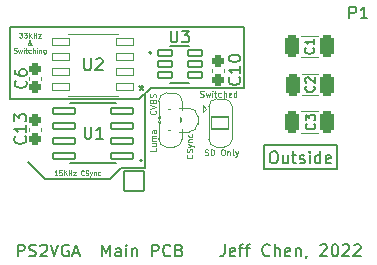
<source format=gbr>
G04 #@! TF.GenerationSoftware,KiCad,Pcbnew,(6.0.6-0)*
G04 #@! TF.CreationDate,2022-07-06T00:13:59-04:00*
G04 #@! TF.ProjectId,PS2VGA,50533256-4741-42e6-9b69-6361645f7063,1*
G04 #@! TF.SameCoordinates,Original*
G04 #@! TF.FileFunction,Legend,Top*
G04 #@! TF.FilePolarity,Positive*
%FSLAX46Y46*%
G04 Gerber Fmt 4.6, Leading zero omitted, Abs format (unit mm)*
G04 Created by KiCad (PCBNEW (6.0.6-0)) date 2022-07-06 00:13:59*
%MOMM*%
%LPD*%
G01*
G04 APERTURE LIST*
G04 Aperture macros list*
%AMRoundRect*
0 Rectangle with rounded corners*
0 $1 Rounding radius*
0 $2 $3 $4 $5 $6 $7 $8 $9 X,Y pos of 4 corners*
0 Add a 4 corners polygon primitive as box body*
4,1,4,$2,$3,$4,$5,$6,$7,$8,$9,$2,$3,0*
0 Add four circle primitives for the rounded corners*
1,1,$1+$1,$2,$3*
1,1,$1+$1,$4,$5*
1,1,$1+$1,$6,$7*
1,1,$1+$1,$8,$9*
0 Add four rect primitives between the rounded corners*
20,1,$1+$1,$2,$3,$4,$5,0*
20,1,$1+$1,$4,$5,$6,$7,0*
20,1,$1+$1,$6,$7,$8,$9,0*
20,1,$1+$1,$8,$9,$2,$3,0*%
%AMFreePoly0*
4,1,37,0.585921,0.785921,0.600800,0.750000,0.600800,-0.750000,0.585921,-0.785921,0.550000,-0.800800,0.000000,-0.800800,-0.012526,-0.795612,-0.080872,-0.794359,-0.095090,-0.792057,-0.230405,-0.749782,-0.243405,-0.743581,-0.361415,-0.665026,-0.372153,-0.655426,-0.463373,-0.546907,-0.470984,-0.534678,-0.528079,-0.404919,-0.531952,-0.391047,-0.549535,-0.256587,-0.548147,-0.256405,-0.550800,-0.250000,
-0.550800,0.250000,-0.550314,0.251174,-0.550158,0.263925,-0.528347,0.404002,-0.524136,0.417775,-0.463888,0.546100,-0.455980,0.558139,-0.362136,0.664397,-0.351168,0.673732,-0.231273,0.749380,-0.218125,0.755261,-0.081818,0.794218,-0.067547,0.796173,-0.011991,0.795833,0.000000,0.800800,0.550000,0.800800,0.585921,0.785921,0.585921,0.785921,$1*%
%AMFreePoly1*
4,1,37,0.012350,0.795685,0.074215,0.795307,0.088460,0.793178,0.224281,0.752559,0.237356,0.746518,0.356318,0.669411,0.367173,0.659942,0.459711,0.552545,0.467470,0.540411,0.526147,0.411359,0.530190,0.397535,0.550287,0.257202,0.550800,0.250000,0.550800,-0.250000,0.550796,-0.250620,0.550647,-0.262836,0.549947,-0.270644,0.526427,-0.410445,0.522048,-0.424167,0.460236,-0.551746,
0.452182,-0.563686,0.357047,-0.668790,0.345965,-0.677991,0.225155,-0.752168,0.211936,-0.757888,0.075163,-0.795177,0.060870,-0.796957,0.011464,-0.796051,0.000000,-0.800800,-0.550000,-0.800800,-0.585921,-0.785921,-0.600800,-0.750000,-0.600800,0.750000,-0.585921,0.785921,-0.550000,0.800800,0.000000,0.800800,0.012350,0.795685,0.012350,0.795685,$1*%
%AMFreePoly2*
4,1,37,0.535921,0.785921,0.550800,0.750000,0.550800,-0.750000,0.535921,-0.785921,0.500000,-0.800800,0.000000,-0.800800,-0.012526,-0.795612,-0.080872,-0.794359,-0.095090,-0.792057,-0.230405,-0.749782,-0.243405,-0.743581,-0.361415,-0.665026,-0.372153,-0.655426,-0.463373,-0.546907,-0.470984,-0.534678,-0.528079,-0.404919,-0.531952,-0.391047,-0.549535,-0.256587,-0.548147,-0.256405,-0.550800,-0.250000,
-0.550800,0.250000,-0.550314,0.251174,-0.550158,0.263925,-0.528347,0.404002,-0.524136,0.417775,-0.463888,0.546100,-0.455980,0.558139,-0.362136,0.664397,-0.351168,0.673732,-0.231273,0.749380,-0.218125,0.755261,-0.081818,0.794218,-0.067547,0.796173,-0.011991,0.795833,0.000000,0.800800,0.500000,0.800800,0.535921,0.785921,0.535921,0.785921,$1*%
%AMFreePoly3*
4,1,37,0.012350,0.795685,0.074215,0.795307,0.088460,0.793178,0.224281,0.752559,0.237356,0.746518,0.356318,0.669411,0.367173,0.659942,0.459711,0.552545,0.467470,0.540411,0.526147,0.411359,0.530190,0.397535,0.550287,0.257202,0.550800,0.250000,0.550800,-0.250000,0.550796,-0.250620,0.550647,-0.262836,0.549947,-0.270644,0.526427,-0.410445,0.522048,-0.424167,0.460236,-0.551746,
0.452182,-0.563686,0.357047,-0.668790,0.345965,-0.677991,0.225155,-0.752168,0.211936,-0.757888,0.075163,-0.795177,0.060870,-0.796957,0.011464,-0.796051,0.000000,-0.800800,-0.500000,-0.800800,-0.535921,-0.785921,-0.550800,-0.750000,-0.550800,0.750000,-0.535921,0.785921,-0.500000,0.800800,0.000000,0.800800,0.012350,0.795685,0.012350,0.795685,$1*%
G04 Aperture macros list end*
%ADD10C,0.127000*%
%ADD11C,0.070000*%
%ADD12C,0.150000*%
%ADD13C,0.120000*%
%ADD14C,0.200000*%
%ADD15FreePoly0,270.000000*%
%ADD16RoundRect,0.050800X-0.750000X0.500000X-0.750000X-0.500000X0.750000X-0.500000X0.750000X0.500000X0*%
%ADD17FreePoly1,270.000000*%
%ADD18RoundRect,0.275800X-0.250000X0.225000X-0.250000X-0.225000X0.250000X-0.225000X0.250000X0.225000X0*%
%ADD19RoundRect,0.300800X-0.325000X-0.650000X0.325000X-0.650000X0.325000X0.650000X-0.325000X0.650000X0*%
%ADD20FreePoly2,90.000000*%
%ADD21FreePoly3,90.000000*%
%ADD22RoundRect,0.275800X0.250000X-0.225000X0.250000X0.225000X-0.250000X0.225000X-0.250000X-0.225000X0*%
%ADD23FreePoly2,180.000000*%
%ADD24FreePoly3,180.000000*%
%ADD25RoundRect,0.091400X-0.564400X-0.249400X0.564400X-0.249400X0.564400X0.249400X-0.564400X0.249400X0*%
%ADD26RoundRect,0.092800X0.943000X0.258000X-0.943000X0.258000X-0.943000X-0.258000X0.943000X-0.258000X0*%
%ADD27FreePoly2,270.000000*%
%ADD28FreePoly3,270.000000*%
%ADD29RoundRect,0.050800X0.727449X0.279000X-0.727449X0.279000X-0.727449X-0.279000X0.727449X-0.279000X0*%
%ADD30C,1.200000*%
%ADD31C,1.625600*%
%ADD32RoundRect,0.050800X-0.850000X-0.850000X0.850000X-0.850000X0.850000X0.850000X-0.850000X0.850000X0*%
%ADD33C,1.801600*%
%ADD34C,4.167600*%
%ADD35C,1.601600*%
G04 APERTURE END LIST*
D10*
X147280000Y-100300000D02*
X147280000Y-105470000D01*
X136000000Y-113180000D02*
X130460000Y-113180000D01*
X149030000Y-110310000D02*
X155210000Y-110310000D01*
X127470000Y-100300000D02*
X147280000Y-100300000D01*
X127470000Y-106430000D02*
X127470000Y-100300000D01*
X130460000Y-113180000D02*
X129040000Y-111760000D01*
X155210000Y-110310000D02*
X155210000Y-112330000D01*
X147280000Y-105470000D02*
X139390000Y-105470000D01*
X138430000Y-106430000D02*
X127470000Y-106430000D01*
X149030000Y-112330000D02*
X149030000Y-110310000D01*
X139390000Y-105470000D02*
X138430000Y-106430000D01*
X138890000Y-112280000D02*
X136900000Y-112280000D01*
X136900000Y-112280000D02*
X136000000Y-113180000D01*
X155210000Y-112330000D02*
X149030000Y-112330000D01*
X138880000Y-105980000D02*
X138890000Y-112280000D01*
D11*
X139836190Y-110554761D02*
X139836190Y-110792857D01*
X139336190Y-110792857D01*
X139502857Y-110173809D02*
X139836190Y-110173809D01*
X139502857Y-110388095D02*
X139764761Y-110388095D01*
X139812380Y-110364285D01*
X139836190Y-110316666D01*
X139836190Y-110245238D01*
X139812380Y-110197619D01*
X139788571Y-110173809D01*
X139836190Y-109935714D02*
X139502857Y-109935714D01*
X139550476Y-109935714D02*
X139526666Y-109911904D01*
X139502857Y-109864285D01*
X139502857Y-109792857D01*
X139526666Y-109745238D01*
X139574285Y-109721428D01*
X139836190Y-109721428D01*
X139574285Y-109721428D02*
X139526666Y-109697619D01*
X139502857Y-109650000D01*
X139502857Y-109578571D01*
X139526666Y-109530952D01*
X139574285Y-109507142D01*
X139836190Y-109507142D01*
X139836190Y-109054761D02*
X139574285Y-109054761D01*
X139526666Y-109078571D01*
X139502857Y-109126190D01*
X139502857Y-109221428D01*
X139526666Y-109269047D01*
X139812380Y-109054761D02*
X139836190Y-109102380D01*
X139836190Y-109221428D01*
X139812380Y-109269047D01*
X139764761Y-109292857D01*
X139717142Y-109292857D01*
X139669523Y-109269047D01*
X139645714Y-109221428D01*
X139645714Y-109102380D01*
X139621904Y-109054761D01*
X139788571Y-107388095D02*
X139812380Y-107411904D01*
X139836190Y-107483333D01*
X139836190Y-107530952D01*
X139812380Y-107602380D01*
X139764761Y-107650000D01*
X139717142Y-107673809D01*
X139621904Y-107697619D01*
X139550476Y-107697619D01*
X139455238Y-107673809D01*
X139407619Y-107650000D01*
X139360000Y-107602380D01*
X139336190Y-107530952D01*
X139336190Y-107483333D01*
X139360000Y-107411904D01*
X139383809Y-107388095D01*
X139336190Y-107245238D02*
X139836190Y-107078571D01*
X139336190Y-106911904D01*
X139574285Y-106578571D02*
X139598095Y-106507142D01*
X139621904Y-106483333D01*
X139669523Y-106459523D01*
X139740952Y-106459523D01*
X139788571Y-106483333D01*
X139812380Y-106507142D01*
X139836190Y-106554761D01*
X139836190Y-106745238D01*
X139336190Y-106745238D01*
X139336190Y-106578571D01*
X139360000Y-106530952D01*
X139383809Y-106507142D01*
X139431428Y-106483333D01*
X139479047Y-106483333D01*
X139526666Y-106507142D01*
X139550476Y-106530952D01*
X139574285Y-106578571D01*
X139574285Y-106745238D01*
X139812380Y-106269047D02*
X139836190Y-106197619D01*
X139836190Y-106078571D01*
X139812380Y-106030952D01*
X139788571Y-106007142D01*
X139740952Y-105983333D01*
X139693333Y-105983333D01*
X139645714Y-106007142D01*
X139621904Y-106030952D01*
X139598095Y-106078571D01*
X139574285Y-106173809D01*
X139550476Y-106221428D01*
X139526666Y-106245238D01*
X139479047Y-106269047D01*
X139431428Y-106269047D01*
X139383809Y-106245238D01*
X139360000Y-106221428D01*
X139336190Y-106173809D01*
X139336190Y-106054761D01*
X139360000Y-105983333D01*
X143987142Y-111142380D02*
X144058571Y-111166190D01*
X144177619Y-111166190D01*
X144225238Y-111142380D01*
X144249047Y-111118571D01*
X144272857Y-111070952D01*
X144272857Y-111023333D01*
X144249047Y-110975714D01*
X144225238Y-110951904D01*
X144177619Y-110928095D01*
X144082380Y-110904285D01*
X144034761Y-110880476D01*
X144010952Y-110856666D01*
X143987142Y-110809047D01*
X143987142Y-110761428D01*
X144010952Y-110713809D01*
X144034761Y-110690000D01*
X144082380Y-110666190D01*
X144201428Y-110666190D01*
X144272857Y-110690000D01*
X144487142Y-111166190D02*
X144487142Y-110666190D01*
X144606190Y-110666190D01*
X144677619Y-110690000D01*
X144725238Y-110737619D01*
X144749047Y-110785238D01*
X144772857Y-110880476D01*
X144772857Y-110951904D01*
X144749047Y-111047142D01*
X144725238Y-111094761D01*
X144677619Y-111142380D01*
X144606190Y-111166190D01*
X144487142Y-111166190D01*
X145463333Y-110666190D02*
X145558571Y-110666190D01*
X145606190Y-110690000D01*
X145653809Y-110737619D01*
X145677619Y-110832857D01*
X145677619Y-110999523D01*
X145653809Y-111094761D01*
X145606190Y-111142380D01*
X145558571Y-111166190D01*
X145463333Y-111166190D01*
X145415714Y-111142380D01*
X145368095Y-111094761D01*
X145344285Y-110999523D01*
X145344285Y-110832857D01*
X145368095Y-110737619D01*
X145415714Y-110690000D01*
X145463333Y-110666190D01*
X145891904Y-110832857D02*
X145891904Y-111166190D01*
X145891904Y-110880476D02*
X145915714Y-110856666D01*
X145963333Y-110832857D01*
X146034761Y-110832857D01*
X146082380Y-110856666D01*
X146106190Y-110904285D01*
X146106190Y-111166190D01*
X146415714Y-111166190D02*
X146368095Y-111142380D01*
X146344285Y-111094761D01*
X146344285Y-110666190D01*
X146558571Y-110832857D02*
X146677619Y-111166190D01*
X146796666Y-110832857D02*
X146677619Y-111166190D01*
X146630000Y-111285238D01*
X146606190Y-111309047D01*
X146558571Y-111332857D01*
X131504761Y-112850952D02*
X131276190Y-112850952D01*
X131390476Y-112850952D02*
X131390476Y-112450952D01*
X131352380Y-112508095D01*
X131314285Y-112546190D01*
X131276190Y-112565238D01*
X131866666Y-112450952D02*
X131676190Y-112450952D01*
X131657142Y-112641428D01*
X131676190Y-112622380D01*
X131714285Y-112603333D01*
X131809523Y-112603333D01*
X131847619Y-112622380D01*
X131866666Y-112641428D01*
X131885714Y-112679523D01*
X131885714Y-112774761D01*
X131866666Y-112812857D01*
X131847619Y-112831904D01*
X131809523Y-112850952D01*
X131714285Y-112850952D01*
X131676190Y-112831904D01*
X131657142Y-112812857D01*
X132057142Y-112850952D02*
X132057142Y-112450952D01*
X132285714Y-112850952D02*
X132114285Y-112622380D01*
X132285714Y-112450952D02*
X132057142Y-112679523D01*
X132457142Y-112850952D02*
X132457142Y-112450952D01*
X132457142Y-112641428D02*
X132685714Y-112641428D01*
X132685714Y-112850952D02*
X132685714Y-112450952D01*
X132838095Y-112584285D02*
X133047619Y-112584285D01*
X132838095Y-112850952D01*
X133047619Y-112850952D01*
X133733333Y-112812857D02*
X133714285Y-112831904D01*
X133657142Y-112850952D01*
X133619047Y-112850952D01*
X133561904Y-112831904D01*
X133523809Y-112793809D01*
X133504761Y-112755714D01*
X133485714Y-112679523D01*
X133485714Y-112622380D01*
X133504761Y-112546190D01*
X133523809Y-112508095D01*
X133561904Y-112470000D01*
X133619047Y-112450952D01*
X133657142Y-112450952D01*
X133714285Y-112470000D01*
X133733333Y-112489047D01*
X133885714Y-112831904D02*
X133942857Y-112850952D01*
X134038095Y-112850952D01*
X134076190Y-112831904D01*
X134095238Y-112812857D01*
X134114285Y-112774761D01*
X134114285Y-112736666D01*
X134095238Y-112698571D01*
X134076190Y-112679523D01*
X134038095Y-112660476D01*
X133961904Y-112641428D01*
X133923809Y-112622380D01*
X133904761Y-112603333D01*
X133885714Y-112565238D01*
X133885714Y-112527142D01*
X133904761Y-112489047D01*
X133923809Y-112470000D01*
X133961904Y-112450952D01*
X134057142Y-112450952D01*
X134114285Y-112470000D01*
X134247619Y-112584285D02*
X134342857Y-112850952D01*
X134438095Y-112584285D02*
X134342857Y-112850952D01*
X134304761Y-112946190D01*
X134285714Y-112965238D01*
X134247619Y-112984285D01*
X134590476Y-112584285D02*
X134590476Y-112850952D01*
X134590476Y-112622380D02*
X134609523Y-112603333D01*
X134647619Y-112584285D01*
X134704761Y-112584285D01*
X134742857Y-112603333D01*
X134761904Y-112641428D01*
X134761904Y-112850952D01*
X135123809Y-112831904D02*
X135085714Y-112850952D01*
X135009523Y-112850952D01*
X134971428Y-112831904D01*
X134952380Y-112812857D01*
X134933333Y-112774761D01*
X134933333Y-112660476D01*
X134952380Y-112622380D01*
X134971428Y-112603333D01*
X135009523Y-112584285D01*
X135085714Y-112584285D01*
X135123809Y-112603333D01*
D12*
X145664761Y-118712380D02*
X145664761Y-119426666D01*
X145617142Y-119569523D01*
X145521904Y-119664761D01*
X145379047Y-119712380D01*
X145283809Y-119712380D01*
X146521904Y-119664761D02*
X146426666Y-119712380D01*
X146236190Y-119712380D01*
X146140952Y-119664761D01*
X146093333Y-119569523D01*
X146093333Y-119188571D01*
X146140952Y-119093333D01*
X146236190Y-119045714D01*
X146426666Y-119045714D01*
X146521904Y-119093333D01*
X146569523Y-119188571D01*
X146569523Y-119283809D01*
X146093333Y-119379047D01*
X146855238Y-119045714D02*
X147236190Y-119045714D01*
X146998095Y-119712380D02*
X146998095Y-118855238D01*
X147045714Y-118760000D01*
X147140952Y-118712380D01*
X147236190Y-118712380D01*
X147426666Y-119045714D02*
X147807619Y-119045714D01*
X147569523Y-119712380D02*
X147569523Y-118855238D01*
X147617142Y-118760000D01*
X147712380Y-118712380D01*
X147807619Y-118712380D01*
X149474285Y-119617142D02*
X149426666Y-119664761D01*
X149283809Y-119712380D01*
X149188571Y-119712380D01*
X149045714Y-119664761D01*
X148950476Y-119569523D01*
X148902857Y-119474285D01*
X148855238Y-119283809D01*
X148855238Y-119140952D01*
X148902857Y-118950476D01*
X148950476Y-118855238D01*
X149045714Y-118760000D01*
X149188571Y-118712380D01*
X149283809Y-118712380D01*
X149426666Y-118760000D01*
X149474285Y-118807619D01*
X149902857Y-119712380D02*
X149902857Y-118712380D01*
X150331428Y-119712380D02*
X150331428Y-119188571D01*
X150283809Y-119093333D01*
X150188571Y-119045714D01*
X150045714Y-119045714D01*
X149950476Y-119093333D01*
X149902857Y-119140952D01*
X151188571Y-119664761D02*
X151093333Y-119712380D01*
X150902857Y-119712380D01*
X150807619Y-119664761D01*
X150760000Y-119569523D01*
X150760000Y-119188571D01*
X150807619Y-119093333D01*
X150902857Y-119045714D01*
X151093333Y-119045714D01*
X151188571Y-119093333D01*
X151236190Y-119188571D01*
X151236190Y-119283809D01*
X150760000Y-119379047D01*
X151664761Y-119045714D02*
X151664761Y-119712380D01*
X151664761Y-119140952D02*
X151712380Y-119093333D01*
X151807619Y-119045714D01*
X151950476Y-119045714D01*
X152045714Y-119093333D01*
X152093333Y-119188571D01*
X152093333Y-119712380D01*
X152617142Y-119664761D02*
X152617142Y-119712380D01*
X152569523Y-119807619D01*
X152521904Y-119855238D01*
X153760000Y-118807619D02*
X153807619Y-118760000D01*
X153902857Y-118712380D01*
X154140952Y-118712380D01*
X154236190Y-118760000D01*
X154283809Y-118807619D01*
X154331428Y-118902857D01*
X154331428Y-118998095D01*
X154283809Y-119140952D01*
X153712380Y-119712380D01*
X154331428Y-119712380D01*
X154950476Y-118712380D02*
X155045714Y-118712380D01*
X155140952Y-118760000D01*
X155188571Y-118807619D01*
X155236190Y-118902857D01*
X155283809Y-119093333D01*
X155283809Y-119331428D01*
X155236190Y-119521904D01*
X155188571Y-119617142D01*
X155140952Y-119664761D01*
X155045714Y-119712380D01*
X154950476Y-119712380D01*
X154855238Y-119664761D01*
X154807619Y-119617142D01*
X154760000Y-119521904D01*
X154712380Y-119331428D01*
X154712380Y-119093333D01*
X154760000Y-118902857D01*
X154807619Y-118807619D01*
X154855238Y-118760000D01*
X154950476Y-118712380D01*
X155664761Y-118807619D02*
X155712380Y-118760000D01*
X155807619Y-118712380D01*
X156045714Y-118712380D01*
X156140952Y-118760000D01*
X156188571Y-118807619D01*
X156236190Y-118902857D01*
X156236190Y-118998095D01*
X156188571Y-119140952D01*
X155617142Y-119712380D01*
X156236190Y-119712380D01*
X156617142Y-118807619D02*
X156664761Y-118760000D01*
X156760000Y-118712380D01*
X156998095Y-118712380D01*
X157093333Y-118760000D01*
X157140952Y-118807619D01*
X157188571Y-118902857D01*
X157188571Y-118998095D01*
X157140952Y-119140952D01*
X156569523Y-119712380D01*
X157188571Y-119712380D01*
X128161428Y-119732380D02*
X128161428Y-118732380D01*
X128542380Y-118732380D01*
X128637619Y-118780000D01*
X128685238Y-118827619D01*
X128732857Y-118922857D01*
X128732857Y-119065714D01*
X128685238Y-119160952D01*
X128637619Y-119208571D01*
X128542380Y-119256190D01*
X128161428Y-119256190D01*
X129113809Y-119684761D02*
X129256666Y-119732380D01*
X129494761Y-119732380D01*
X129590000Y-119684761D01*
X129637619Y-119637142D01*
X129685238Y-119541904D01*
X129685238Y-119446666D01*
X129637619Y-119351428D01*
X129590000Y-119303809D01*
X129494761Y-119256190D01*
X129304285Y-119208571D01*
X129209047Y-119160952D01*
X129161428Y-119113333D01*
X129113809Y-119018095D01*
X129113809Y-118922857D01*
X129161428Y-118827619D01*
X129209047Y-118780000D01*
X129304285Y-118732380D01*
X129542380Y-118732380D01*
X129685238Y-118780000D01*
X130066190Y-118827619D02*
X130113809Y-118780000D01*
X130209047Y-118732380D01*
X130447142Y-118732380D01*
X130542380Y-118780000D01*
X130590000Y-118827619D01*
X130637619Y-118922857D01*
X130637619Y-119018095D01*
X130590000Y-119160952D01*
X130018571Y-119732380D01*
X130637619Y-119732380D01*
X130923333Y-118732380D02*
X131256666Y-119732380D01*
X131590000Y-118732380D01*
X132447142Y-118780000D02*
X132351904Y-118732380D01*
X132209047Y-118732380D01*
X132066190Y-118780000D01*
X131970952Y-118875238D01*
X131923333Y-118970476D01*
X131875714Y-119160952D01*
X131875714Y-119303809D01*
X131923333Y-119494285D01*
X131970952Y-119589523D01*
X132066190Y-119684761D01*
X132209047Y-119732380D01*
X132304285Y-119732380D01*
X132447142Y-119684761D01*
X132494761Y-119637142D01*
X132494761Y-119303809D01*
X132304285Y-119303809D01*
X132875714Y-119446666D02*
X133351904Y-119446666D01*
X132780476Y-119732380D02*
X133113809Y-118732380D01*
X133447142Y-119732380D01*
X135304285Y-119732380D02*
X135304285Y-118732380D01*
X135637619Y-119446666D01*
X135970952Y-118732380D01*
X135970952Y-119732380D01*
X136875714Y-119732380D02*
X136875714Y-119208571D01*
X136828095Y-119113333D01*
X136732857Y-119065714D01*
X136542380Y-119065714D01*
X136447142Y-119113333D01*
X136875714Y-119684761D02*
X136780476Y-119732380D01*
X136542380Y-119732380D01*
X136447142Y-119684761D01*
X136399523Y-119589523D01*
X136399523Y-119494285D01*
X136447142Y-119399047D01*
X136542380Y-119351428D01*
X136780476Y-119351428D01*
X136875714Y-119303809D01*
X137351904Y-119732380D02*
X137351904Y-119065714D01*
X137351904Y-118732380D02*
X137304285Y-118780000D01*
X137351904Y-118827619D01*
X137399523Y-118780000D01*
X137351904Y-118732380D01*
X137351904Y-118827619D01*
X137828095Y-119065714D02*
X137828095Y-119732380D01*
X137828095Y-119160952D02*
X137875714Y-119113333D01*
X137970952Y-119065714D01*
X138113809Y-119065714D01*
X138209047Y-119113333D01*
X138256666Y-119208571D01*
X138256666Y-119732380D01*
X139494761Y-119732380D02*
X139494761Y-118732380D01*
X139875714Y-118732380D01*
X139970952Y-118780000D01*
X140018571Y-118827619D01*
X140066190Y-118922857D01*
X140066190Y-119065714D01*
X140018571Y-119160952D01*
X139970952Y-119208571D01*
X139875714Y-119256190D01*
X139494761Y-119256190D01*
X141066190Y-119637142D02*
X141018571Y-119684761D01*
X140875714Y-119732380D01*
X140780476Y-119732380D01*
X140637619Y-119684761D01*
X140542380Y-119589523D01*
X140494761Y-119494285D01*
X140447142Y-119303809D01*
X140447142Y-119160952D01*
X140494761Y-118970476D01*
X140542380Y-118875238D01*
X140637619Y-118780000D01*
X140780476Y-118732380D01*
X140875714Y-118732380D01*
X141018571Y-118780000D01*
X141066190Y-118827619D01*
X141828095Y-119208571D02*
X141970952Y-119256190D01*
X142018571Y-119303809D01*
X142066190Y-119399047D01*
X142066190Y-119541904D01*
X142018571Y-119637142D01*
X141970952Y-119684761D01*
X141875714Y-119732380D01*
X141494761Y-119732380D01*
X141494761Y-118732380D01*
X141828095Y-118732380D01*
X141923333Y-118780000D01*
X141970952Y-118827619D01*
X142018571Y-118922857D01*
X142018571Y-119018095D01*
X141970952Y-119113333D01*
X141923333Y-119160952D01*
X141828095Y-119208571D01*
X141494761Y-119208571D01*
D11*
X128284761Y-100806952D02*
X128532380Y-100806952D01*
X128399047Y-100959333D01*
X128456190Y-100959333D01*
X128494285Y-100978380D01*
X128513333Y-100997428D01*
X128532380Y-101035523D01*
X128532380Y-101130761D01*
X128513333Y-101168857D01*
X128494285Y-101187904D01*
X128456190Y-101206952D01*
X128341904Y-101206952D01*
X128303809Y-101187904D01*
X128284761Y-101168857D01*
X128665714Y-100806952D02*
X128913333Y-100806952D01*
X128780000Y-100959333D01*
X128837142Y-100959333D01*
X128875238Y-100978380D01*
X128894285Y-100997428D01*
X128913333Y-101035523D01*
X128913333Y-101130761D01*
X128894285Y-101168857D01*
X128875238Y-101187904D01*
X128837142Y-101206952D01*
X128722857Y-101206952D01*
X128684761Y-101187904D01*
X128665714Y-101168857D01*
X129084761Y-101206952D02*
X129084761Y-100806952D01*
X129313333Y-101206952D02*
X129141904Y-100978380D01*
X129313333Y-100806952D02*
X129084761Y-101035523D01*
X129484761Y-101206952D02*
X129484761Y-100806952D01*
X129484761Y-100997428D02*
X129713333Y-100997428D01*
X129713333Y-101206952D02*
X129713333Y-100806952D01*
X129865714Y-100940285D02*
X130075238Y-100940285D01*
X129865714Y-101206952D01*
X130075238Y-101206952D01*
X129351428Y-101850952D02*
X129332380Y-101850952D01*
X129294285Y-101831904D01*
X129237142Y-101774761D01*
X129141904Y-101660476D01*
X129103809Y-101603333D01*
X129084761Y-101546190D01*
X129084761Y-101508095D01*
X129103809Y-101470000D01*
X129141904Y-101450952D01*
X129160952Y-101450952D01*
X129199047Y-101470000D01*
X129218095Y-101508095D01*
X129218095Y-101527142D01*
X129199047Y-101565238D01*
X129180000Y-101584285D01*
X129065714Y-101660476D01*
X129046666Y-101679523D01*
X129027619Y-101717619D01*
X129027619Y-101774761D01*
X129046666Y-101812857D01*
X129065714Y-101831904D01*
X129103809Y-101850952D01*
X129160952Y-101850952D01*
X129199047Y-101831904D01*
X129218095Y-101812857D01*
X129275238Y-101736666D01*
X129294285Y-101679523D01*
X129294285Y-101641428D01*
X127837142Y-102475904D02*
X127894285Y-102494952D01*
X127989523Y-102494952D01*
X128027619Y-102475904D01*
X128046666Y-102456857D01*
X128065714Y-102418761D01*
X128065714Y-102380666D01*
X128046666Y-102342571D01*
X128027619Y-102323523D01*
X127989523Y-102304476D01*
X127913333Y-102285428D01*
X127875238Y-102266380D01*
X127856190Y-102247333D01*
X127837142Y-102209238D01*
X127837142Y-102171142D01*
X127856190Y-102133047D01*
X127875238Y-102114000D01*
X127913333Y-102094952D01*
X128008571Y-102094952D01*
X128065714Y-102114000D01*
X128199047Y-102228285D02*
X128275238Y-102494952D01*
X128351428Y-102304476D01*
X128427619Y-102494952D01*
X128503809Y-102228285D01*
X128656190Y-102494952D02*
X128656190Y-102228285D01*
X128656190Y-102094952D02*
X128637142Y-102114000D01*
X128656190Y-102133047D01*
X128675238Y-102114000D01*
X128656190Y-102094952D01*
X128656190Y-102133047D01*
X128789523Y-102228285D02*
X128941904Y-102228285D01*
X128846666Y-102094952D02*
X128846666Y-102437809D01*
X128865714Y-102475904D01*
X128903809Y-102494952D01*
X128941904Y-102494952D01*
X129246666Y-102475904D02*
X129208571Y-102494952D01*
X129132380Y-102494952D01*
X129094285Y-102475904D01*
X129075238Y-102456857D01*
X129056190Y-102418761D01*
X129056190Y-102304476D01*
X129075238Y-102266380D01*
X129094285Y-102247333D01*
X129132380Y-102228285D01*
X129208571Y-102228285D01*
X129246666Y-102247333D01*
X129418095Y-102494952D02*
X129418095Y-102094952D01*
X129589523Y-102494952D02*
X129589523Y-102285428D01*
X129570476Y-102247333D01*
X129532380Y-102228285D01*
X129475238Y-102228285D01*
X129437142Y-102247333D01*
X129418095Y-102266380D01*
X129780000Y-102494952D02*
X129780000Y-102228285D01*
X129780000Y-102094952D02*
X129760952Y-102114000D01*
X129780000Y-102133047D01*
X129799047Y-102114000D01*
X129780000Y-102094952D01*
X129780000Y-102133047D01*
X129970476Y-102228285D02*
X129970476Y-102494952D01*
X129970476Y-102266380D02*
X129989523Y-102247333D01*
X130027619Y-102228285D01*
X130084761Y-102228285D01*
X130122857Y-102247333D01*
X130141904Y-102285428D01*
X130141904Y-102494952D01*
X130503809Y-102228285D02*
X130503809Y-102552095D01*
X130484761Y-102590190D01*
X130465714Y-102609238D01*
X130427619Y-102628285D01*
X130370476Y-102628285D01*
X130332380Y-102609238D01*
X130503809Y-102475904D02*
X130465714Y-102494952D01*
X130389523Y-102494952D01*
X130351428Y-102475904D01*
X130332380Y-102456857D01*
X130313333Y-102418761D01*
X130313333Y-102304476D01*
X130332380Y-102266380D01*
X130351428Y-102247333D01*
X130389523Y-102228285D01*
X130465714Y-102228285D01*
X130503809Y-102247333D01*
X142888571Y-111114285D02*
X142912380Y-111138095D01*
X142936190Y-111209523D01*
X142936190Y-111257142D01*
X142912380Y-111328571D01*
X142864761Y-111376190D01*
X142817142Y-111400000D01*
X142721904Y-111423809D01*
X142650476Y-111423809D01*
X142555238Y-111400000D01*
X142507619Y-111376190D01*
X142460000Y-111328571D01*
X142436190Y-111257142D01*
X142436190Y-111209523D01*
X142460000Y-111138095D01*
X142483809Y-111114285D01*
X142912380Y-110923809D02*
X142936190Y-110852380D01*
X142936190Y-110733333D01*
X142912380Y-110685714D01*
X142888571Y-110661904D01*
X142840952Y-110638095D01*
X142793333Y-110638095D01*
X142745714Y-110661904D01*
X142721904Y-110685714D01*
X142698095Y-110733333D01*
X142674285Y-110828571D01*
X142650476Y-110876190D01*
X142626666Y-110900000D01*
X142579047Y-110923809D01*
X142531428Y-110923809D01*
X142483809Y-110900000D01*
X142460000Y-110876190D01*
X142436190Y-110828571D01*
X142436190Y-110709523D01*
X142460000Y-110638095D01*
X142602857Y-110471428D02*
X142936190Y-110352380D01*
X142602857Y-110233333D02*
X142936190Y-110352380D01*
X143055238Y-110400000D01*
X143079047Y-110423809D01*
X143102857Y-110471428D01*
X142602857Y-110042857D02*
X142936190Y-110042857D01*
X142650476Y-110042857D02*
X142626666Y-110019047D01*
X142602857Y-109971428D01*
X142602857Y-109900000D01*
X142626666Y-109852380D01*
X142674285Y-109828571D01*
X142936190Y-109828571D01*
X142912380Y-109376190D02*
X142936190Y-109423809D01*
X142936190Y-109519047D01*
X142912380Y-109566666D01*
X142888571Y-109590476D01*
X142840952Y-109614285D01*
X142698095Y-109614285D01*
X142650476Y-109590476D01*
X142626666Y-109566666D01*
X142602857Y-109519047D01*
X142602857Y-109423809D01*
X142626666Y-109376190D01*
D12*
X149732857Y-110852380D02*
X149923333Y-110852380D01*
X150018571Y-110900000D01*
X150113809Y-110995238D01*
X150161428Y-111185714D01*
X150161428Y-111519047D01*
X150113809Y-111709523D01*
X150018571Y-111804761D01*
X149923333Y-111852380D01*
X149732857Y-111852380D01*
X149637619Y-111804761D01*
X149542380Y-111709523D01*
X149494761Y-111519047D01*
X149494761Y-111185714D01*
X149542380Y-110995238D01*
X149637619Y-110900000D01*
X149732857Y-110852380D01*
X151018571Y-111185714D02*
X151018571Y-111852380D01*
X150590000Y-111185714D02*
X150590000Y-111709523D01*
X150637619Y-111804761D01*
X150732857Y-111852380D01*
X150875714Y-111852380D01*
X150970952Y-111804761D01*
X151018571Y-111757142D01*
X151351904Y-111185714D02*
X151732857Y-111185714D01*
X151494761Y-110852380D02*
X151494761Y-111709523D01*
X151542380Y-111804761D01*
X151637619Y-111852380D01*
X151732857Y-111852380D01*
X152018571Y-111804761D02*
X152113809Y-111852380D01*
X152304285Y-111852380D01*
X152399523Y-111804761D01*
X152447142Y-111709523D01*
X152447142Y-111661904D01*
X152399523Y-111566666D01*
X152304285Y-111519047D01*
X152161428Y-111519047D01*
X152066190Y-111471428D01*
X152018571Y-111376190D01*
X152018571Y-111328571D01*
X152066190Y-111233333D01*
X152161428Y-111185714D01*
X152304285Y-111185714D01*
X152399523Y-111233333D01*
X152875714Y-111852380D02*
X152875714Y-111185714D01*
X152875714Y-110852380D02*
X152828095Y-110900000D01*
X152875714Y-110947619D01*
X152923333Y-110900000D01*
X152875714Y-110852380D01*
X152875714Y-110947619D01*
X153780476Y-111852380D02*
X153780476Y-110852380D01*
X153780476Y-111804761D02*
X153685238Y-111852380D01*
X153494761Y-111852380D01*
X153399523Y-111804761D01*
X153351904Y-111757142D01*
X153304285Y-111661904D01*
X153304285Y-111376190D01*
X153351904Y-111280952D01*
X153399523Y-111233333D01*
X153494761Y-111185714D01*
X153685238Y-111185714D01*
X153780476Y-111233333D01*
X154637619Y-111804761D02*
X154542380Y-111852380D01*
X154351904Y-111852380D01*
X154256666Y-111804761D01*
X154209047Y-111709523D01*
X154209047Y-111328571D01*
X154256666Y-111233333D01*
X154351904Y-111185714D01*
X154542380Y-111185714D01*
X154637619Y-111233333D01*
X154685238Y-111328571D01*
X154685238Y-111423809D01*
X154209047Y-111519047D01*
D11*
X143592380Y-106202380D02*
X143663809Y-106226190D01*
X143782857Y-106226190D01*
X143830476Y-106202380D01*
X143854285Y-106178571D01*
X143878095Y-106130952D01*
X143878095Y-106083333D01*
X143854285Y-106035714D01*
X143830476Y-106011904D01*
X143782857Y-105988095D01*
X143687619Y-105964285D01*
X143640000Y-105940476D01*
X143616190Y-105916666D01*
X143592380Y-105869047D01*
X143592380Y-105821428D01*
X143616190Y-105773809D01*
X143640000Y-105750000D01*
X143687619Y-105726190D01*
X143806666Y-105726190D01*
X143878095Y-105750000D01*
X144044761Y-105892857D02*
X144140000Y-106226190D01*
X144235238Y-105988095D01*
X144330476Y-106226190D01*
X144425714Y-105892857D01*
X144616190Y-106226190D02*
X144616190Y-105892857D01*
X144616190Y-105726190D02*
X144592380Y-105750000D01*
X144616190Y-105773809D01*
X144640000Y-105750000D01*
X144616190Y-105726190D01*
X144616190Y-105773809D01*
X144782857Y-105892857D02*
X144973333Y-105892857D01*
X144854285Y-105726190D02*
X144854285Y-106154761D01*
X144878095Y-106202380D01*
X144925714Y-106226190D01*
X144973333Y-106226190D01*
X145354285Y-106202380D02*
X145306666Y-106226190D01*
X145211428Y-106226190D01*
X145163809Y-106202380D01*
X145140000Y-106178571D01*
X145116190Y-106130952D01*
X145116190Y-105988095D01*
X145140000Y-105940476D01*
X145163809Y-105916666D01*
X145211428Y-105892857D01*
X145306666Y-105892857D01*
X145354285Y-105916666D01*
X145568571Y-106226190D02*
X145568571Y-105726190D01*
X145782857Y-106226190D02*
X145782857Y-105964285D01*
X145759047Y-105916666D01*
X145711428Y-105892857D01*
X145640000Y-105892857D01*
X145592380Y-105916666D01*
X145568571Y-105940476D01*
X146211428Y-106202380D02*
X146163809Y-106226190D01*
X146068571Y-106226190D01*
X146020952Y-106202380D01*
X145997142Y-106154761D01*
X145997142Y-105964285D01*
X146020952Y-105916666D01*
X146068571Y-105892857D01*
X146163809Y-105892857D01*
X146211428Y-105916666D01*
X146235238Y-105964285D01*
X146235238Y-106011904D01*
X145997142Y-106059523D01*
X146663809Y-106226190D02*
X146663809Y-105726190D01*
X146663809Y-106202380D02*
X146616190Y-106226190D01*
X146520952Y-106226190D01*
X146473333Y-106202380D01*
X146449523Y-106178571D01*
X146425714Y-106130952D01*
X146425714Y-105988095D01*
X146449523Y-105940476D01*
X146473333Y-105916666D01*
X146520952Y-105892857D01*
X146616190Y-105892857D01*
X146663809Y-105916666D01*
D12*
X146907142Y-104582857D02*
X146954761Y-104630476D01*
X147002380Y-104773333D01*
X147002380Y-104868571D01*
X146954761Y-105011428D01*
X146859523Y-105106666D01*
X146764285Y-105154285D01*
X146573809Y-105201904D01*
X146430952Y-105201904D01*
X146240476Y-105154285D01*
X146145238Y-105106666D01*
X146050000Y-105011428D01*
X146002380Y-104868571D01*
X146002380Y-104773333D01*
X146050000Y-104630476D01*
X146097619Y-104582857D01*
X147002380Y-103630476D02*
X147002380Y-104201904D01*
X147002380Y-103916190D02*
X146002380Y-103916190D01*
X146145238Y-104011428D01*
X146240476Y-104106666D01*
X146288095Y-104201904D01*
X146002380Y-103011428D02*
X146002380Y-102916190D01*
X146050000Y-102820952D01*
X146097619Y-102773333D01*
X146192857Y-102725714D01*
X146383333Y-102678095D01*
X146621428Y-102678095D01*
X146811904Y-102725714D01*
X146907142Y-102773333D01*
X146954761Y-102820952D01*
X147002380Y-102916190D01*
X147002380Y-103011428D01*
X146954761Y-103106666D01*
X146907142Y-103154285D01*
X146811904Y-103201904D01*
X146621428Y-103249523D01*
X146383333Y-103249523D01*
X146192857Y-103201904D01*
X146097619Y-103154285D01*
X146050000Y-103106666D01*
X146002380Y-103011428D01*
X153205714Y-105323333D02*
X153243809Y-105361428D01*
X153281904Y-105475714D01*
X153281904Y-105551904D01*
X153243809Y-105666190D01*
X153167619Y-105742380D01*
X153091428Y-105780476D01*
X152939047Y-105818571D01*
X152824761Y-105818571D01*
X152672380Y-105780476D01*
X152596190Y-105742380D01*
X152520000Y-105666190D01*
X152481904Y-105551904D01*
X152481904Y-105475714D01*
X152520000Y-105361428D01*
X152558095Y-105323333D01*
X152558095Y-105018571D02*
X152520000Y-104980476D01*
X152481904Y-104904285D01*
X152481904Y-104713809D01*
X152520000Y-104637619D01*
X152558095Y-104599523D01*
X152634285Y-104561428D01*
X152710476Y-104561428D01*
X152824761Y-104599523D01*
X153281904Y-105056666D01*
X153281904Y-104561428D01*
X153245714Y-108493333D02*
X153283809Y-108531428D01*
X153321904Y-108645714D01*
X153321904Y-108721904D01*
X153283809Y-108836190D01*
X153207619Y-108912380D01*
X153131428Y-108950476D01*
X152979047Y-108988571D01*
X152864761Y-108988571D01*
X152712380Y-108950476D01*
X152636190Y-108912380D01*
X152560000Y-108836190D01*
X152521904Y-108721904D01*
X152521904Y-108645714D01*
X152560000Y-108531428D01*
X152598095Y-108493333D01*
X152521904Y-108226666D02*
X152521904Y-107731428D01*
X152826666Y-107998095D01*
X152826666Y-107883809D01*
X152864761Y-107807619D01*
X152902857Y-107769523D01*
X152979047Y-107731428D01*
X153169523Y-107731428D01*
X153245714Y-107769523D01*
X153283809Y-107807619D01*
X153321904Y-107883809D01*
X153321904Y-108112380D01*
X153283809Y-108188571D01*
X153245714Y-108226666D01*
X128767142Y-109582857D02*
X128814761Y-109630476D01*
X128862380Y-109773333D01*
X128862380Y-109868571D01*
X128814761Y-110011428D01*
X128719523Y-110106666D01*
X128624285Y-110154285D01*
X128433809Y-110201904D01*
X128290952Y-110201904D01*
X128100476Y-110154285D01*
X128005238Y-110106666D01*
X127910000Y-110011428D01*
X127862380Y-109868571D01*
X127862380Y-109773333D01*
X127910000Y-109630476D01*
X127957619Y-109582857D01*
X128862380Y-108630476D02*
X128862380Y-109201904D01*
X128862380Y-108916190D02*
X127862380Y-108916190D01*
X128005238Y-109011428D01*
X128100476Y-109106666D01*
X128148095Y-109201904D01*
X127862380Y-108297142D02*
X127862380Y-107678095D01*
X128243333Y-108011428D01*
X128243333Y-107868571D01*
X128290952Y-107773333D01*
X128338571Y-107725714D01*
X128433809Y-107678095D01*
X128671904Y-107678095D01*
X128767142Y-107725714D01*
X128814761Y-107773333D01*
X128862380Y-107868571D01*
X128862380Y-108154285D01*
X128814761Y-108249523D01*
X128767142Y-108297142D01*
X153185714Y-102083333D02*
X153223809Y-102121428D01*
X153261904Y-102235714D01*
X153261904Y-102311904D01*
X153223809Y-102426190D01*
X153147619Y-102502380D01*
X153071428Y-102540476D01*
X152919047Y-102578571D01*
X152804761Y-102578571D01*
X152652380Y-102540476D01*
X152576190Y-102502380D01*
X152500000Y-102426190D01*
X152461904Y-102311904D01*
X152461904Y-102235714D01*
X152500000Y-102121428D01*
X152538095Y-102083333D01*
X153261904Y-101321428D02*
X153261904Y-101778571D01*
X153261904Y-101550000D02*
X152461904Y-101550000D01*
X152576190Y-101626190D01*
X152652380Y-101702380D01*
X152690476Y-101778571D01*
X141088095Y-100612380D02*
X141088095Y-101421904D01*
X141135714Y-101517142D01*
X141183333Y-101564761D01*
X141278571Y-101612380D01*
X141469047Y-101612380D01*
X141564285Y-101564761D01*
X141611904Y-101517142D01*
X141659523Y-101421904D01*
X141659523Y-100612380D01*
X142040476Y-100612380D02*
X142659523Y-100612380D01*
X142326190Y-100993333D01*
X142469047Y-100993333D01*
X142564285Y-101040952D01*
X142611904Y-101088571D01*
X142659523Y-101183809D01*
X142659523Y-101421904D01*
X142611904Y-101517142D01*
X142564285Y-101564761D01*
X142469047Y-101612380D01*
X142183333Y-101612380D01*
X142088095Y-101564761D01*
X142040476Y-101517142D01*
X128807142Y-104846666D02*
X128854761Y-104894285D01*
X128902380Y-105037142D01*
X128902380Y-105132380D01*
X128854761Y-105275238D01*
X128759523Y-105370476D01*
X128664285Y-105418095D01*
X128473809Y-105465714D01*
X128330952Y-105465714D01*
X128140476Y-105418095D01*
X128045238Y-105370476D01*
X127950000Y-105275238D01*
X127902380Y-105132380D01*
X127902380Y-105037142D01*
X127950000Y-104894285D01*
X127997619Y-104846666D01*
X127902380Y-103989523D02*
X127902380Y-104180000D01*
X127950000Y-104275238D01*
X127997619Y-104322857D01*
X128140476Y-104418095D01*
X128330952Y-104465714D01*
X128711904Y-104465714D01*
X128807142Y-104418095D01*
X128854761Y-104370476D01*
X128902380Y-104275238D01*
X128902380Y-104084761D01*
X128854761Y-103989523D01*
X128807142Y-103941904D01*
X128711904Y-103894285D01*
X128473809Y-103894285D01*
X128378571Y-103941904D01*
X128330952Y-103989523D01*
X128283333Y-104084761D01*
X128283333Y-104275238D01*
X128330952Y-104370476D01*
X128378571Y-104418095D01*
X128473809Y-104465714D01*
X133803095Y-108762380D02*
X133803095Y-109571904D01*
X133850714Y-109667142D01*
X133898333Y-109714761D01*
X133993571Y-109762380D01*
X134184047Y-109762380D01*
X134279285Y-109714761D01*
X134326904Y-109667142D01*
X134374523Y-109571904D01*
X134374523Y-108762380D01*
X135374523Y-109762380D02*
X134803095Y-109762380D01*
X135088809Y-109762380D02*
X135088809Y-108762380D01*
X134993571Y-108905238D01*
X134898333Y-109000476D01*
X134803095Y-109048095D01*
X133768095Y-102962380D02*
X133768095Y-103771904D01*
X133815714Y-103867142D01*
X133863333Y-103914761D01*
X133958571Y-103962380D01*
X134149047Y-103962380D01*
X134244285Y-103914761D01*
X134291904Y-103867142D01*
X134339523Y-103771904D01*
X134339523Y-102962380D01*
X134768095Y-103057619D02*
X134815714Y-103010000D01*
X134910952Y-102962380D01*
X135149047Y-102962380D01*
X135244285Y-103010000D01*
X135291904Y-103057619D01*
X135339523Y-103152857D01*
X135339523Y-103248095D01*
X135291904Y-103390952D01*
X134720476Y-103962380D01*
X135339523Y-103962380D01*
X138640000Y-105202380D02*
X138640000Y-105440476D01*
X138401904Y-105345238D02*
X138640000Y-105440476D01*
X138878095Y-105345238D01*
X138497142Y-105630952D02*
X138640000Y-105440476D01*
X138782857Y-105630952D01*
X156231904Y-99592380D02*
X156231904Y-98592380D01*
X156612857Y-98592380D01*
X156708095Y-98640000D01*
X156755714Y-98687619D01*
X156803333Y-98782857D01*
X156803333Y-98925714D01*
X156755714Y-99020952D01*
X156708095Y-99068571D01*
X156612857Y-99116190D01*
X156231904Y-99116190D01*
X157755714Y-99592380D02*
X157184285Y-99592380D01*
X157470000Y-99592380D02*
X157470000Y-98592380D01*
X157374761Y-98735238D01*
X157279523Y-98830476D01*
X157184285Y-98878095D01*
D13*
X144310000Y-109840000D02*
X144310000Y-107040000D01*
X145010000Y-106390000D02*
X145610000Y-106390000D01*
X143810000Y-106940000D02*
X143810000Y-107540000D01*
X146310000Y-107040000D02*
X146310000Y-109840000D01*
X144110000Y-107240000D02*
X143810000Y-107540000D01*
X144110000Y-107240000D02*
X143810000Y-106940000D01*
X145610000Y-110490000D02*
X145010000Y-110490000D01*
X145010000Y-106390000D02*
G75*
G03*
X144310000Y-107090000I-1J-699999D01*
G01*
X146310000Y-107090000D02*
G75*
G03*
X145610000Y-106390000I-699999J1D01*
G01*
X145610000Y-110490000D02*
G75*
G03*
X146310000Y-109790000I0J700000D01*
G01*
X144310000Y-109790000D02*
G75*
G03*
X145010000Y-110490000I700000J0D01*
G01*
X144610000Y-103859420D02*
X144610000Y-104140580D01*
X145630000Y-103859420D02*
X145630000Y-104140580D01*
X152178748Y-106100000D02*
X153601252Y-106100000D01*
X152178748Y-104280000D02*
X153601252Y-104280000D01*
X140770000Y-107690000D02*
X141370000Y-107690000D01*
X142070000Y-108390000D02*
X142070000Y-109790000D01*
X140070000Y-109790000D02*
X140070000Y-108390000D01*
X141370000Y-110490000D02*
X140770000Y-110490000D01*
X141370000Y-110490000D02*
G75*
G03*
X142070000Y-109790000I1J699999D01*
G01*
X140070000Y-109790000D02*
G75*
G03*
X140770000Y-110490000I699999J-1D01*
G01*
X142070000Y-108390000D02*
G75*
G03*
X141370000Y-107690000I-700000J0D01*
G01*
X140770000Y-107690000D02*
G75*
G03*
X140070000Y-108390000I0J-700000D01*
G01*
X152168748Y-107450000D02*
X153591252Y-107450000D01*
X152168748Y-109270000D02*
X153591252Y-109270000D01*
X129110000Y-109130580D02*
X129110000Y-108849420D01*
X130130000Y-109130580D02*
X130130000Y-108849420D01*
X140570000Y-108490000D02*
X140570000Y-107890000D01*
X142670000Y-109190000D02*
X141270000Y-109190000D01*
X143370000Y-107890000D02*
X143370000Y-108490000D01*
X141270000Y-107190000D02*
X142670000Y-107190000D01*
X142670000Y-109190000D02*
G75*
G03*
X143370000Y-108490000I1J699999D01*
G01*
X143370000Y-107890000D02*
G75*
G03*
X142670000Y-107190000I-699999J1D01*
G01*
X140570000Y-108490000D02*
G75*
G03*
X141270000Y-109190000I700000J0D01*
G01*
X141270000Y-107190000D02*
G75*
G03*
X140570000Y-107890000I0J-700000D01*
G01*
X152168748Y-102860000D02*
X153591252Y-102860000D01*
X152168748Y-101040000D02*
X153591252Y-101040000D01*
D10*
X141060000Y-105020000D02*
X142660000Y-105020000D01*
X142660000Y-101900000D02*
X141060000Y-101900000D01*
D14*
X139460000Y-102510000D02*
G75*
G03*
X139460000Y-102510000I-100000J0D01*
G01*
D13*
X130150000Y-104790580D02*
X130150000Y-104509420D01*
X129130000Y-104790580D02*
X129130000Y-104509420D01*
D10*
X136485000Y-111825000D02*
X132585000Y-111825000D01*
X136485000Y-106775000D02*
X132585000Y-106775000D01*
D14*
X138675000Y-111605000D02*
G75*
G03*
X138675000Y-111605000I-100000J0D01*
G01*
D13*
X140070000Y-107990000D02*
X140070000Y-106590000D01*
X141370000Y-108690000D02*
X140770000Y-108690000D01*
X140770000Y-105890000D02*
X141370000Y-105890000D01*
X142070000Y-106590000D02*
X142070000Y-107990000D01*
X140070000Y-107990000D02*
G75*
G03*
X140770000Y-108690000I700000J0D01*
G01*
X140770000Y-105890000D02*
G75*
G03*
X140070000Y-106590000I-1J-699999D01*
G01*
X141370000Y-108690000D02*
G75*
G03*
X142070000Y-107990000I0J700000D01*
G01*
X142070000Y-106590000D02*
G75*
G03*
X141370000Y-105890000I-699999J1D01*
G01*
X136650900Y-100881100D02*
X132409100Y-100881100D01*
X132409100Y-106138900D02*
X136650900Y-106138900D01*
%LPC*%
G36*
X149111233Y-115294497D02*
G01*
X149094710Y-115252823D01*
X149080230Y-115211703D01*
X149067828Y-115171245D01*
X149058782Y-115136348D01*
X149395476Y-115136348D01*
X149395585Y-115140916D01*
X149396222Y-115153303D01*
X149397365Y-115164096D01*
X149399163Y-115174137D01*
X149401764Y-115184267D01*
X149404975Y-115194335D01*
X149410078Y-115207395D01*
X149416341Y-115220352D01*
X149423515Y-115232842D01*
X149431348Y-115244504D01*
X149439588Y-115254975D01*
X149447986Y-115263892D01*
X149456290Y-115270895D01*
X149459494Y-115273057D01*
X149472287Y-115280150D01*
X149486155Y-115286290D01*
X149500269Y-115291156D01*
X149513801Y-115294426D01*
X149515212Y-115294674D01*
X149522602Y-115295488D01*
X149531371Y-115295800D01*
X149540526Y-115295624D01*
X149549074Y-115294973D01*
X149554957Y-115294091D01*
X149568296Y-115290223D01*
X149580353Y-115284289D01*
X149590994Y-115276401D01*
X149600086Y-115266670D01*
X149607494Y-115255210D01*
X149611254Y-115247108D01*
X149612923Y-115242767D01*
X149614277Y-115238909D01*
X149614875Y-115236915D01*
X149614874Y-115236314D01*
X149614554Y-115235467D01*
X149613824Y-115234280D01*
X149612587Y-115232655D01*
X149610750Y-115230498D01*
X149608220Y-115227712D01*
X149604902Y-115224202D01*
X149600701Y-115219872D01*
X149595525Y-115214626D01*
X149589279Y-115208369D01*
X149581868Y-115201004D01*
X149573200Y-115192437D01*
X149563179Y-115182570D01*
X149551712Y-115171310D01*
X149538704Y-115158558D01*
X149524063Y-115144221D01*
X149518166Y-115138451D01*
X149505219Y-115125787D01*
X149492762Y-115113615D01*
X149480909Y-115102046D01*
X149469772Y-115091189D01*
X149459465Y-115081153D01*
X149450100Y-115072048D01*
X149441790Y-115063984D01*
X149434649Y-115057070D01*
X149428788Y-115051416D01*
X149424321Y-115047132D01*
X149421361Y-115044327D01*
X149420020Y-115043111D01*
X149419953Y-115043067D01*
X149418907Y-115044147D01*
X149417189Y-115047098D01*
X149414991Y-115051489D01*
X149412511Y-115056888D01*
X149409942Y-115062864D01*
X149407479Y-115068983D01*
X149405317Y-115074815D01*
X149404404Y-115077509D01*
X149400125Y-115092351D01*
X149397293Y-115106512D01*
X149395785Y-115120881D01*
X149395476Y-115136348D01*
X149058782Y-115136348D01*
X149057540Y-115131557D01*
X149049404Y-115092748D01*
X149044518Y-115062760D01*
X149042406Y-115046587D01*
X149040890Y-115031811D01*
X149039900Y-115017459D01*
X149039367Y-115002560D01*
X149039221Y-114988668D01*
X149039199Y-114979996D01*
X149039137Y-114973446D01*
X149039004Y-114968680D01*
X149038768Y-114965360D01*
X149038398Y-114963146D01*
X149037863Y-114961700D01*
X149037132Y-114960683D01*
X149036578Y-114960131D01*
X149035170Y-114959127D01*
X149031829Y-114956911D01*
X149026708Y-114953581D01*
X149019958Y-114949235D01*
X149011733Y-114943968D01*
X149002184Y-114937880D01*
X148991464Y-114931066D01*
X148979726Y-114923623D01*
X148967121Y-114915650D01*
X148953802Y-114907242D01*
X148939922Y-114898498D01*
X148939813Y-114898430D01*
X148925921Y-114889678D01*
X148912585Y-114881257D01*
X148899956Y-114873266D01*
X148888188Y-114865802D01*
X148877435Y-114858962D01*
X148867848Y-114852845D01*
X148859581Y-114847547D01*
X148852787Y-114843166D01*
X148847619Y-114839801D01*
X148844230Y-114837547D01*
X148842773Y-114836504D01*
X148842771Y-114836503D01*
X148838751Y-114831567D01*
X148836750Y-114826310D01*
X148836851Y-114821165D01*
X148839004Y-114816732D01*
X148843638Y-114812670D01*
X148850013Y-114809688D01*
X148857606Y-114807906D01*
X148865889Y-114807447D01*
X148874337Y-114808433D01*
X148874553Y-114808479D01*
X148877821Y-114809524D01*
X148883006Y-114811621D01*
X148889864Y-114814647D01*
X148898149Y-114818477D01*
X148907615Y-114822988D01*
X148918019Y-114828056D01*
X148929113Y-114833557D01*
X148940655Y-114839367D01*
X148952397Y-114845363D01*
X148964096Y-114851421D01*
X148975505Y-114857417D01*
X148986380Y-114863227D01*
X148996476Y-114868728D01*
X149005547Y-114873795D01*
X149013349Y-114878304D01*
X149016123Y-114879964D01*
X149025741Y-114885741D01*
X149033547Y-114890293D01*
X149039804Y-114893722D01*
X149044774Y-114896131D01*
X149048718Y-114897622D01*
X149051899Y-114898298D01*
X149054577Y-114898260D01*
X149057016Y-114897611D01*
X149058991Y-114896711D01*
X149062258Y-114894291D01*
X149066140Y-114890333D01*
X149070100Y-114885472D01*
X149073603Y-114880346D01*
X149075257Y-114877415D01*
X149077770Y-114870790D01*
X149078508Y-114864549D01*
X149077469Y-114859445D01*
X149076358Y-114857842D01*
X149073743Y-114854593D01*
X149069778Y-114849872D01*
X149064614Y-114843854D01*
X149058403Y-114836714D01*
X149051298Y-114828628D01*
X149043450Y-114819771D01*
X149035012Y-114810317D01*
X149027766Y-114802249D01*
X149008605Y-114780961D01*
X148991050Y-114761420D01*
X148975045Y-114743560D01*
X148960531Y-114727316D01*
X148947451Y-114712622D01*
X148935748Y-114699410D01*
X148925364Y-114687615D01*
X148916241Y-114677171D01*
X148908323Y-114668012D01*
X148901550Y-114660071D01*
X148895867Y-114653282D01*
X148891215Y-114647580D01*
X148887537Y-114642897D01*
X148884775Y-114639169D01*
X148882871Y-114636328D01*
X148881830Y-114634442D01*
X148880163Y-114628700D01*
X148879635Y-114621871D01*
X148880275Y-114615061D01*
X148881260Y-114611362D01*
X148884780Y-114604341D01*
X148889569Y-114598904D01*
X148895272Y-114595233D01*
X148901535Y-114593504D01*
X148908004Y-114593898D01*
X148912522Y-114595563D01*
X148914289Y-114596866D01*
X148917626Y-114599721D01*
X148922346Y-114603956D01*
X148928264Y-114609398D01*
X148935193Y-114615873D01*
X148942948Y-114623209D01*
X148951342Y-114631232D01*
X148960190Y-114639770D01*
X148962628Y-114642137D01*
X148973030Y-114652269D01*
X148982687Y-114661727D01*
X148991827Y-114670743D01*
X149000678Y-114679547D01*
X149009467Y-114688372D01*
X149018422Y-114697450D01*
X149027772Y-114707011D01*
X149037744Y-114717288D01*
X149048566Y-114728513D01*
X149060466Y-114740916D01*
X149073673Y-114754731D01*
X149083203Y-114764722D01*
X149090226Y-114771982D01*
X149096584Y-114778347D01*
X149102056Y-114783605D01*
X149106418Y-114787545D01*
X149109448Y-114789955D01*
X149110261Y-114790456D01*
X149116787Y-114792693D01*
X149123041Y-114792766D01*
X149128621Y-114790753D01*
X149133125Y-114786737D01*
X149133874Y-114785683D01*
X149135067Y-114783363D01*
X149135355Y-114780852D01*
X149134814Y-114777174D01*
X149134602Y-114776161D01*
X149133859Y-114773918D01*
X149132191Y-114769649D01*
X149129690Y-114763570D01*
X149126449Y-114755896D01*
X149122560Y-114746842D01*
X149118116Y-114736624D01*
X149113209Y-114725457D01*
X149107933Y-114713558D01*
X149102379Y-114701140D01*
X149102273Y-114700905D01*
X149094447Y-114683469D01*
X149087540Y-114668040D01*
X149081454Y-114654386D01*
X149076087Y-114642275D01*
X149071339Y-114631473D01*
X149067110Y-114621748D01*
X149063301Y-114612867D01*
X149059810Y-114604597D01*
X149056538Y-114596706D01*
X149053385Y-114588961D01*
X149050250Y-114581130D01*
X149047033Y-114572979D01*
X149045317Y-114568594D01*
X149035466Y-114543363D01*
X149034887Y-114529329D01*
X149034713Y-114521205D01*
X149035038Y-114515028D01*
X149035988Y-114510311D01*
X149037687Y-114506567D01*
X149040260Y-114503311D01*
X149041982Y-114501651D01*
X149047187Y-114498186D01*
X149052463Y-114497174D01*
X149057888Y-114498606D01*
X149059753Y-114499630D01*
X149062226Y-114501930D01*
X149065722Y-114506409D01*
X149070244Y-114513071D01*
X149075794Y-114521919D01*
X149082376Y-114532960D01*
X149089991Y-114546197D01*
X149098642Y-114561635D01*
X149108331Y-114579278D01*
X149119062Y-114599131D01*
X149130837Y-114621198D01*
X149143658Y-114645483D01*
X149152705Y-114662750D01*
X149159103Y-114674981D01*
X149165240Y-114686686D01*
X149171008Y-114697664D01*
X149176301Y-114707710D01*
X149181009Y-114716621D01*
X149185027Y-114724194D01*
X149188247Y-114730225D01*
X149190560Y-114734511D01*
X149191860Y-114736849D01*
X149191962Y-114737022D01*
X149193108Y-114738312D01*
X149195959Y-114741245D01*
X149200445Y-114745755D01*
X149206500Y-114751776D01*
X149214056Y-114759242D01*
X149223045Y-114768088D01*
X149233398Y-114778248D01*
X149245047Y-114789655D01*
X149257926Y-114802246D01*
X149271966Y-114815953D01*
X149287099Y-114830711D01*
X149303256Y-114846454D01*
X149320371Y-114863116D01*
X149338376Y-114880632D01*
X149357201Y-114898936D01*
X149376780Y-114917962D01*
X149397045Y-114937644D01*
X149417926Y-114957917D01*
X149439358Y-114978715D01*
X149461271Y-114999972D01*
X149483598Y-115021623D01*
X149506271Y-115043601D01*
X149529222Y-115065841D01*
X149552383Y-115088277D01*
X149575686Y-115110844D01*
X149599063Y-115133475D01*
X149622446Y-115156105D01*
X149645767Y-115178668D01*
X149668959Y-115201099D01*
X149691953Y-115223332D01*
X149714682Y-115245300D01*
X149737078Y-115266938D01*
X149759072Y-115288181D01*
X149780597Y-115308963D01*
X149801584Y-115329217D01*
X149821967Y-115348879D01*
X149841676Y-115367882D01*
X149860645Y-115386160D01*
X149878804Y-115403649D01*
X149896087Y-115420282D01*
X149912425Y-115435993D01*
X149927751Y-115450717D01*
X149941996Y-115464388D01*
X149955092Y-115476940D01*
X149966972Y-115488307D01*
X149977568Y-115498424D01*
X149986811Y-115507226D01*
X149994634Y-115514645D01*
X150000969Y-115520616D01*
X150005748Y-115525075D01*
X150008903Y-115527954D01*
X150010323Y-115529159D01*
X150018108Y-115534247D01*
X150027339Y-115539607D01*
X150037248Y-115544844D01*
X150047070Y-115549561D01*
X150056040Y-115553361D01*
X150059555Y-115554652D01*
X150069894Y-115557514D01*
X150080119Y-115559026D01*
X150089622Y-115559142D01*
X150097798Y-115557813D01*
X150098063Y-115557736D01*
X150107855Y-115553771D01*
X150118284Y-115547435D01*
X150129343Y-115538732D01*
X150141029Y-115527668D01*
X150153336Y-115514247D01*
X150166257Y-115498475D01*
X150172382Y-115490463D01*
X150177577Y-115483662D01*
X150181667Y-115478716D01*
X150184922Y-115475435D01*
X150187613Y-115473634D01*
X150190011Y-115473123D01*
X150192386Y-115473717D01*
X150194693Y-115475017D01*
X150196350Y-115476384D01*
X150197256Y-115478207D01*
X150197628Y-115481202D01*
X150197690Y-115484855D01*
X150197227Y-115493421D01*
X150195921Y-115503689D01*
X150193898Y-115515095D01*
X150191283Y-115527077D01*
X150188203Y-115539072D01*
X150184783Y-115550519D01*
X150181148Y-115560854D01*
X150180149Y-115563374D01*
X150171700Y-115580942D01*
X150161237Y-115597330D01*
X150148951Y-115612327D01*
X150135037Y-115625721D01*
X150119686Y-115637300D01*
X150104591Y-115646103D01*
X150094553Y-115650523D01*
X150085403Y-115653026D01*
X150076625Y-115653719D01*
X150070120Y-115653137D01*
X150058093Y-115650168D01*
X150045887Y-115645068D01*
X150034037Y-115638062D01*
X150033653Y-115637798D01*
X150031220Y-115635872D01*
X150027258Y-115632401D01*
X150021745Y-115627365D01*
X150014662Y-115620744D01*
X150005989Y-115612521D01*
X149995705Y-115602675D01*
X149983789Y-115591186D01*
X149970223Y-115578036D01*
X149954986Y-115563206D01*
X149938058Y-115546676D01*
X149919418Y-115528426D01*
X149913964Y-115523079D01*
X149900173Y-115509557D01*
X149886866Y-115496517D01*
X149874148Y-115484062D01*
X149862126Y-115472295D01*
X149850906Y-115461321D01*
X149840593Y-115451241D01*
X149831293Y-115442161D01*
X149823112Y-115434183D01*
X149816157Y-115427410D01*
X149810532Y-115421946D01*
X149806345Y-115417895D01*
X149803700Y-115415359D01*
X149802704Y-115414443D01*
X149802702Y-115414442D01*
X149802193Y-115415422D01*
X149801528Y-115418319D01*
X149800818Y-115422604D01*
X149800506Y-115424904D01*
X149797747Y-115441517D01*
X149793579Y-115459551D01*
X149788166Y-115478537D01*
X149781674Y-115498003D01*
X149774268Y-115517481D01*
X149766113Y-115536498D01*
X149757376Y-115554586D01*
X149750305Y-115567672D01*
X149744457Y-115577518D01*
X149737257Y-115588940D01*
X149728929Y-115601621D01*
X149719695Y-115615245D01*
X149709778Y-115629495D01*
X149699402Y-115644054D01*
X149688788Y-115658606D01*
X149678159Y-115672834D01*
X149667739Y-115686421D01*
X149658600Y-115697994D01*
X149650600Y-115707963D01*
X149642600Y-115708745D01*
X149636350Y-115709140D01*
X149628187Y-115709329D01*
X149618651Y-115709316D01*
X149608281Y-115709107D01*
X149597616Y-115708708D01*
X149588612Y-115708216D01*
X149581011Y-115707620D01*
X149572666Y-115706788D01*
X149564775Y-115705844D01*
X149560303Y-115705209D01*
X149545127Y-115702336D01*
X149528250Y-115698225D01*
X149510025Y-115692998D01*
X149490804Y-115686776D01*
X149470940Y-115679680D01*
X149450783Y-115671834D01*
X149430687Y-115663357D01*
X149411003Y-115654372D01*
X149405671Y-115651809D01*
X149384857Y-115641334D01*
X149366066Y-115631072D01*
X149348905Y-115620751D01*
X149332985Y-115610098D01*
X149317913Y-115598841D01*
X149303299Y-115586709D01*
X149288751Y-115573429D01*
X149278258Y-115563164D01*
X149258317Y-115542162D01*
X149239359Y-115520107D01*
X149221230Y-115496772D01*
X149203770Y-115471931D01*
X149186822Y-115445357D01*
X149170229Y-115416824D01*
X149153834Y-115386105D01*
X149150260Y-115379075D01*
X149148484Y-115375396D01*
X149637676Y-115375396D01*
X149638493Y-115384109D01*
X149640761Y-115393737D01*
X149644204Y-115403591D01*
X149648548Y-115412983D01*
X149653519Y-115421226D01*
X149658324Y-115427116D01*
X149668027Y-115435563D01*
X149678248Y-115441717D01*
X149688874Y-115445528D01*
X149699792Y-115446947D01*
X149703415Y-115446883D01*
X149708795Y-115446434D01*
X149713189Y-115445563D01*
X149717623Y-115443986D01*
X149723126Y-115441417D01*
X149723168Y-115441396D01*
X149732911Y-115435378D01*
X149741595Y-115427677D01*
X149748612Y-115418857D01*
X149749993Y-115416615D01*
X149752692Y-115411124D01*
X149755515Y-115403929D01*
X149758210Y-115395757D01*
X149760524Y-115387337D01*
X149761348Y-115383782D01*
X149763171Y-115375383D01*
X149729655Y-115342464D01*
X149721833Y-115334798D01*
X149714285Y-115327434D01*
X149707257Y-115320608D01*
X149700995Y-115314558D01*
X149695744Y-115309520D01*
X149691749Y-115305733D01*
X149689256Y-115303433D01*
X149689224Y-115303404D01*
X149682308Y-115297263D01*
X149671634Y-115307251D01*
X149662028Y-115317027D01*
X149654359Y-115326683D01*
X149648197Y-115336789D01*
X149645757Y-115341733D01*
X149642650Y-115349673D01*
X149640114Y-115358478D01*
X149638380Y-115367188D01*
X149637681Y-115374839D01*
X149637676Y-115375396D01*
X149148484Y-115375396D01*
X149129761Y-115336617D01*
X149111233Y-115294497D01*
G37*
G36*
X150333945Y-116022558D02*
G01*
X150336392Y-116025693D01*
X150337791Y-116030311D01*
X150338001Y-116033271D01*
X150338435Y-116037325D01*
X150339611Y-116042995D01*
X150341337Y-116049619D01*
X150343424Y-116056534D01*
X150345681Y-116063078D01*
X150347918Y-116068587D01*
X150348526Y-116069878D01*
X150352056Y-116076013D01*
X150356304Y-116081869D01*
X150359065Y-116084962D01*
X150367195Y-116092038D01*
X150377409Y-116099187D01*
X150389345Y-116106194D01*
X150402645Y-116112842D01*
X150413695Y-116117626D01*
X150418782Y-116119825D01*
X150421922Y-116121581D01*
X150423523Y-116123160D01*
X150423954Y-116124342D01*
X150423815Y-116127003D01*
X150423210Y-116128225D01*
X150421741Y-116128652D01*
X150418167Y-116129301D01*
X150412829Y-116130129D01*
X150406070Y-116131093D01*
X150398232Y-116132152D01*
X150389656Y-116133264D01*
X150380685Y-116134385D01*
X150371660Y-116135474D01*
X150362924Y-116136489D01*
X150354818Y-116137386D01*
X150347686Y-116138125D01*
X150341867Y-116138661D01*
X150337706Y-116138954D01*
X150336155Y-116138995D01*
X150331193Y-116138600D01*
X150326204Y-116137690D01*
X150324814Y-116137308D01*
X150316073Y-116133562D01*
X150308627Y-116128351D01*
X150302722Y-116121988D01*
X150298602Y-116114785D01*
X150296515Y-116107057D01*
X150296430Y-116101112D01*
X150297029Y-116098363D01*
X150298394Y-116093840D01*
X150300396Y-116087876D01*
X150302905Y-116080803D01*
X150305791Y-116072955D01*
X150308926Y-116064665D01*
X150312179Y-116056267D01*
X150315422Y-116048092D01*
X150318525Y-116040474D01*
X150321357Y-116033746D01*
X150323791Y-116028242D01*
X150325697Y-116024294D01*
X150326944Y-116022235D01*
X150327165Y-116022039D01*
X150330764Y-116021232D01*
X150333945Y-116022558D01*
G37*
G36*
X149861387Y-113412465D02*
G01*
X149861682Y-113413999D01*
X149860836Y-113415389D01*
X149858450Y-113418245D01*
X149854755Y-113422319D01*
X149849978Y-113427366D01*
X149844349Y-113433138D01*
X149838081Y-113439406D01*
X149814202Y-113463205D01*
X149792025Y-113485739D01*
X149771593Y-113506964D01*
X149752947Y-113526834D01*
X149736130Y-113545306D01*
X149721184Y-113562334D01*
X149712867Y-113572156D01*
X149709251Y-113576668D01*
X149704539Y-113582815D01*
X149699023Y-113590199D01*
X149692997Y-113598424D01*
X149686753Y-113607091D01*
X149680585Y-113615803D01*
X149679262Y-113617696D01*
X149668444Y-113633096D01*
X149658631Y-113646837D01*
X149649507Y-113659338D01*
X149640756Y-113671020D01*
X149632065Y-113682300D01*
X149623116Y-113693598D01*
X149613596Y-113705334D01*
X149610681Y-113708881D01*
X149593902Y-113729506D01*
X149578797Y-113748623D01*
X149565237Y-113766400D01*
X149553095Y-113783009D01*
X149542242Y-113798617D01*
X149537461Y-113805792D01*
X149534463Y-113810677D01*
X149530526Y-113817596D01*
X149525751Y-113826350D01*
X149520236Y-113836741D01*
X149514081Y-113848569D01*
X149507384Y-113861637D01*
X149500245Y-113875746D01*
X149492763Y-113890696D01*
X149485038Y-113906291D01*
X149477168Y-113922330D01*
X149469252Y-113938615D01*
X149461390Y-113954948D01*
X149453681Y-113971130D01*
X149446224Y-113986963D01*
X149439118Y-114002247D01*
X149436205Y-114008581D01*
X149424913Y-114033544D01*
X149413085Y-114060317D01*
X149400946Y-114088369D01*
X149388722Y-114117168D01*
X149376641Y-114146185D01*
X149364928Y-114174887D01*
X149359305Y-114188893D01*
X149355965Y-114197198D01*
X149352837Y-114204861D01*
X149350059Y-114211552D01*
X149347771Y-114216936D01*
X149346113Y-114220683D01*
X149345241Y-114222432D01*
X149342490Y-114224711D01*
X149338863Y-114225329D01*
X149335282Y-114224306D01*
X149332971Y-114222171D01*
X149332507Y-114221328D01*
X149332215Y-114220280D01*
X149332139Y-114218800D01*
X149332325Y-114216662D01*
X149332817Y-114213638D01*
X149333660Y-114209501D01*
X149334899Y-114204024D01*
X149336578Y-114196980D01*
X149338744Y-114188142D01*
X149341440Y-114177284D01*
X149343368Y-114169555D01*
X149348758Y-114148183D01*
X149353767Y-114128814D01*
X149358517Y-114111038D01*
X149363130Y-114094447D01*
X149367727Y-114078634D01*
X149372430Y-114063189D01*
X149377359Y-114047705D01*
X149382638Y-114031773D01*
X149388387Y-114014986D01*
X149394727Y-113996934D01*
X149394962Y-113996273D01*
X149402652Y-113974814D01*
X149410540Y-113953190D01*
X149418560Y-113931563D01*
X149426646Y-113910094D01*
X149434732Y-113888947D01*
X149442753Y-113868284D01*
X149450643Y-113848268D01*
X149458336Y-113829060D01*
X149465766Y-113810824D01*
X149472867Y-113793721D01*
X149479574Y-113777915D01*
X149485821Y-113763567D01*
X149491542Y-113750841D01*
X149496671Y-113739898D01*
X149501142Y-113730901D01*
X149504890Y-113724012D01*
X149505952Y-113722239D01*
X149510340Y-113715592D01*
X149515631Y-113708462D01*
X149521993Y-113700656D01*
X149529593Y-113691982D01*
X149538597Y-113682249D01*
X149549173Y-113671264D01*
X149558896Y-113661428D01*
X149579580Y-113641126D01*
X149602097Y-113619817D01*
X149626158Y-113597744D01*
X149651479Y-113575155D01*
X149677772Y-113552295D01*
X149704751Y-113529408D01*
X149732129Y-113506742D01*
X149759620Y-113484540D01*
X149786938Y-113463050D01*
X149813796Y-113442516D01*
X149817868Y-113439458D01*
X149825593Y-113433683D01*
X149832911Y-113428231D01*
X149839525Y-113423324D01*
X149845140Y-113419179D01*
X149849459Y-113416017D01*
X149852186Y-113414055D01*
X149852607Y-113413762D01*
X149856616Y-113411618D01*
X149859647Y-113411188D01*
X149861387Y-113412465D01*
G37*
G36*
X148330519Y-114987397D02*
G01*
X148336996Y-114948877D01*
X148344032Y-114910642D01*
X148351626Y-114872601D01*
X148366652Y-114805251D01*
X148383779Y-114738066D01*
X148403037Y-114670968D01*
X148407720Y-114656301D01*
X148574426Y-114656301D01*
X148574694Y-114697203D01*
X148576003Y-114739301D01*
X148578355Y-114782334D01*
X148578631Y-114786446D01*
X148580119Y-114807396D01*
X148581583Y-114826140D01*
X148583062Y-114842929D01*
X148584595Y-114858018D01*
X148586221Y-114871659D01*
X148587981Y-114884106D01*
X148589912Y-114895612D01*
X148592054Y-114906431D01*
X148594447Y-114916816D01*
X148597129Y-114927020D01*
X148600140Y-114937296D01*
X148603519Y-114947898D01*
X148603732Y-114948541D01*
X148607198Y-114958717D01*
X148610799Y-114968636D01*
X148614640Y-114978511D01*
X148618823Y-114988557D01*
X148623452Y-114998990D01*
X148628630Y-115010024D01*
X148634461Y-115021875D01*
X148641048Y-115034757D01*
X148648494Y-115048886D01*
X148656903Y-115064477D01*
X148666379Y-115081743D01*
X148677024Y-115100902D01*
X148677032Y-115100915D01*
X148685852Y-115116926D01*
X148694492Y-115133021D01*
X148702789Y-115148875D01*
X148710577Y-115164162D01*
X148717692Y-115178555D01*
X148723970Y-115191729D01*
X148729246Y-115203358D01*
X148732277Y-115210456D01*
X148734812Y-115216825D01*
X148737886Y-115224907D01*
X148741268Y-115234074D01*
X148744728Y-115243699D01*
X148748037Y-115253157D01*
X148749145Y-115256396D01*
X148755062Y-115273343D01*
X148761255Y-115290130D01*
X148767789Y-115306873D01*
X148774725Y-115323685D01*
X148782126Y-115340680D01*
X148790057Y-115357973D01*
X148798579Y-115375679D01*
X148807755Y-115393911D01*
X148817649Y-115412785D01*
X148828324Y-115432413D01*
X148839842Y-115452911D01*
X148852267Y-115474393D01*
X148865660Y-115496973D01*
X148880087Y-115520765D01*
X148895608Y-115545884D01*
X148912288Y-115572444D01*
X148930189Y-115600560D01*
X148949374Y-115630345D01*
X148969906Y-115661915D01*
X148986195Y-115686782D01*
X148999439Y-115706915D01*
X149011513Y-115725195D01*
X149022574Y-115741842D01*
X149032777Y-115757077D01*
X149042279Y-115771120D01*
X149051235Y-115784192D01*
X149059801Y-115796513D01*
X149068134Y-115808305D01*
X149076389Y-115819787D01*
X149084723Y-115831181D01*
X149093290Y-115842707D01*
X149102249Y-115854585D01*
X149111753Y-115867037D01*
X149121960Y-115880283D01*
X149133025Y-115894544D01*
X149133776Y-115895508D01*
X149141864Y-115905853D01*
X149150840Y-115917247D01*
X149160605Y-115929569D01*
X149171056Y-115942694D01*
X149182093Y-115956498D01*
X149193615Y-115970859D01*
X149205522Y-115985652D01*
X149217711Y-116000754D01*
X149230083Y-116016042D01*
X149242535Y-116031392D01*
X149254968Y-116046680D01*
X149267280Y-116061783D01*
X149279370Y-116076578D01*
X149291138Y-116090940D01*
X149302482Y-116104746D01*
X149313301Y-116117874D01*
X149323494Y-116130198D01*
X149332961Y-116141596D01*
X149341600Y-116151944D01*
X149349310Y-116161118D01*
X149355991Y-116168995D01*
X149361542Y-116175452D01*
X149365861Y-116180365D01*
X149368847Y-116183610D01*
X149370400Y-116185064D01*
X149370438Y-116185087D01*
X149372711Y-116186287D01*
X149376844Y-116188351D01*
X149382470Y-116191099D01*
X149389220Y-116194353D01*
X149396725Y-116197933D01*
X149401595Y-116200237D01*
X149458104Y-116225812D01*
X149515068Y-116249459D01*
X149572343Y-116271138D01*
X149629787Y-116290808D01*
X149687256Y-116308428D01*
X149744606Y-116323956D01*
X149801694Y-116337353D01*
X149858376Y-116348577D01*
X149914509Y-116357588D01*
X149969950Y-116364344D01*
X149981685Y-116365491D01*
X149993177Y-116366542D01*
X150003831Y-116367461D01*
X150013975Y-116368267D01*
X150023933Y-116368976D01*
X150034032Y-116369605D01*
X150044599Y-116370172D01*
X150055959Y-116370695D01*
X150068439Y-116371190D01*
X150082365Y-116371676D01*
X150098063Y-116372169D01*
X150115860Y-116372686D01*
X150117996Y-116372747D01*
X150121797Y-116372736D01*
X150124366Y-116372505D01*
X150125073Y-116372203D01*
X150124228Y-116371146D01*
X150121890Y-116368694D01*
X150118352Y-116365142D01*
X150113909Y-116360787D01*
X150110266Y-116357274D01*
X150097065Y-116343713D01*
X150086056Y-116330314D01*
X150077028Y-116316706D01*
X150069771Y-116302521D01*
X150064071Y-116287387D01*
X150059719Y-116270936D01*
X150059012Y-116267557D01*
X150057922Y-116260047D01*
X150057214Y-116250602D01*
X150056884Y-116239716D01*
X150056926Y-116227886D01*
X150057337Y-116215606D01*
X150058113Y-116203373D01*
X150059247Y-116191681D01*
X150059741Y-116187710D01*
X150063272Y-116164488D01*
X150067391Y-116143639D01*
X150072102Y-116125145D01*
X150077413Y-116108985D01*
X150083328Y-116095141D01*
X150089855Y-116083594D01*
X150094303Y-116077466D01*
X150098109Y-116073023D01*
X150102016Y-116068929D01*
X150105593Y-116065591D01*
X150108409Y-116063416D01*
X150109870Y-116062784D01*
X150110230Y-116063943D01*
X150110356Y-116067157D01*
X150110249Y-116072029D01*
X150109926Y-116077861D01*
X150109579Y-116085015D01*
X150109363Y-116094067D01*
X150109270Y-116104586D01*
X150109292Y-116116144D01*
X150109420Y-116128309D01*
X150109647Y-116140654D01*
X150109965Y-116152746D01*
X150110364Y-116164158D01*
X150110837Y-116174459D01*
X150111377Y-116183219D01*
X150111974Y-116190009D01*
X150112063Y-116190787D01*
X150114442Y-116208684D01*
X150117132Y-116224617D01*
X150120236Y-116239073D01*
X150123859Y-116252542D01*
X150127639Y-116264195D01*
X150131257Y-116273343D01*
X150136021Y-116283664D01*
X150141541Y-116294412D01*
X150147425Y-116304840D01*
X150153281Y-116314198D01*
X150155572Y-116317537D01*
X150160362Y-116323819D01*
X150166231Y-116330779D01*
X150172764Y-116337988D01*
X150179546Y-116345020D01*
X150186163Y-116351445D01*
X150192200Y-116356837D01*
X150197242Y-116360767D01*
X150198001Y-116361280D01*
X150205082Y-116365914D01*
X150214866Y-116365098D01*
X150220769Y-116364463D01*
X150228672Y-116363398D01*
X150238165Y-116361972D01*
X150248838Y-116360254D01*
X150260280Y-116358313D01*
X150272082Y-116356217D01*
X150283832Y-116354035D01*
X150295121Y-116351836D01*
X150300462Y-116350752D01*
X150328808Y-116344525D01*
X150357063Y-116337568D01*
X150385008Y-116329960D01*
X150412423Y-116321783D01*
X150439091Y-116313115D01*
X150464791Y-116304038D01*
X150489305Y-116294630D01*
X150512414Y-116284972D01*
X150533899Y-116275143D01*
X150553541Y-116265224D01*
X150571121Y-116255295D01*
X150583680Y-116247313D01*
X150595209Y-116239030D01*
X150606989Y-116229646D01*
X150618593Y-116219557D01*
X150629597Y-116209161D01*
X150639575Y-116198853D01*
X150648102Y-116189031D01*
X150652949Y-116182699D01*
X150661427Y-116169467D01*
X150667529Y-116156767D01*
X150671270Y-116144543D01*
X150672665Y-116132743D01*
X150671729Y-116121311D01*
X150670885Y-116117506D01*
X150666298Y-116104554D01*
X150659315Y-116091851D01*
X150649997Y-116079466D01*
X150638402Y-116067468D01*
X150624591Y-116055925D01*
X150608623Y-116044907D01*
X150607315Y-116044089D01*
X150602785Y-116041455D01*
X150596609Y-116038121D01*
X150589383Y-116034396D01*
X150581708Y-116030591D01*
X150575545Y-116027650D01*
X150562554Y-116021424D01*
X150551642Y-116015835D01*
X150542567Y-116010702D01*
X150535085Y-116005849D01*
X150528954Y-116001095D01*
X150523930Y-115996264D01*
X150519770Y-115991176D01*
X150516231Y-115985654D01*
X150514849Y-115983119D01*
X150509617Y-115971563D01*
X150504740Y-115957699D01*
X150500237Y-115941654D01*
X150499375Y-115937858D01*
X150594007Y-115937858D01*
X150594623Y-115938473D01*
X150595238Y-115937858D01*
X150594623Y-115937243D01*
X150594007Y-115937858D01*
X150499375Y-115937858D01*
X150496128Y-115923558D01*
X150492432Y-115903541D01*
X150489168Y-115881732D01*
X150486354Y-115858259D01*
X150484011Y-115833253D01*
X150482158Y-115806842D01*
X150480812Y-115779155D01*
X150479995Y-115750322D01*
X150479948Y-115747700D01*
X150479757Y-115735233D01*
X150479661Y-115724973D01*
X150479680Y-115716664D01*
X150479835Y-115710052D01*
X150480147Y-115704882D01*
X150480306Y-115703584D01*
X150580830Y-115703584D01*
X150581077Y-115708405D01*
X150581667Y-115713045D01*
X150584680Y-115724317D01*
X150589602Y-115734093D01*
X150596319Y-115742286D01*
X150604721Y-115748808D01*
X150614696Y-115753571D01*
X150626131Y-115756487D01*
X150638111Y-115757465D01*
X150643354Y-115757411D01*
X150646463Y-115757114D01*
X150647754Y-115756527D01*
X150647787Y-115756008D01*
X150647283Y-115754433D01*
X150646183Y-115750849D01*
X150644593Y-115745605D01*
X150642619Y-115739050D01*
X150640366Y-115731533D01*
X150638902Y-115726632D01*
X150630599Y-115698796D01*
X150619996Y-115698049D01*
X150614016Y-115697643D01*
X150606733Y-115697170D01*
X150599300Y-115696705D01*
X150595633Y-115696484D01*
X150581875Y-115695667D01*
X150581048Y-115700072D01*
X150580830Y-115703584D01*
X150480306Y-115703584D01*
X150480635Y-115700899D01*
X150481322Y-115697849D01*
X150482227Y-115695477D01*
X150483371Y-115693529D01*
X150484457Y-115692122D01*
X150486279Y-115690272D01*
X150487441Y-115690275D01*
X150488115Y-115691083D01*
X150488836Y-115691490D01*
X150489209Y-115689854D01*
X150489285Y-115686160D01*
X150489218Y-115679390D01*
X150478641Y-115670775D01*
X150470520Y-115663643D01*
X150463474Y-115656429D01*
X150457845Y-115649520D01*
X150453976Y-115643305D01*
X150453431Y-115642152D01*
X150451351Y-115636073D01*
X150449478Y-115627875D01*
X150447853Y-115617895D01*
X150446514Y-115606471D01*
X150445501Y-115593938D01*
X150444852Y-115580634D01*
X150444607Y-115566896D01*
X150444606Y-115566157D01*
X150444886Y-115554710D01*
X150445849Y-115544727D01*
X150447665Y-115535291D01*
X150450504Y-115525487D01*
X150453867Y-115516132D01*
X150456543Y-115509911D01*
X150459700Y-115503772D01*
X150463022Y-115498228D01*
X150466194Y-115493793D01*
X150468900Y-115490980D01*
X150469613Y-115490507D01*
X150470654Y-115490033D01*
X150471363Y-115490163D01*
X150471805Y-115491260D01*
X150472043Y-115493685D01*
X150472139Y-115497798D01*
X150472158Y-115503961D01*
X150472158Y-115505010D01*
X150472586Y-115524470D01*
X150473844Y-115542843D01*
X150475891Y-115559941D01*
X150478689Y-115575574D01*
X150482196Y-115589553D01*
X150486373Y-115601687D01*
X150491181Y-115611788D01*
X150496159Y-115619162D01*
X150502875Y-115625981D01*
X150511415Y-115632534D01*
X150521142Y-115638436D01*
X150531420Y-115643303D01*
X150541615Y-115646751D01*
X150542036Y-115646860D01*
X150545224Y-115647602D01*
X150548523Y-115648174D01*
X150552300Y-115648598D01*
X150556923Y-115648895D01*
X150562759Y-115649086D01*
X150570175Y-115649192D01*
X150579540Y-115649233D01*
X150583874Y-115649236D01*
X150593773Y-115649220D01*
X150601467Y-115649164D01*
X150607209Y-115649053D01*
X150611256Y-115648873D01*
X150613862Y-115648609D01*
X150615284Y-115648247D01*
X150615776Y-115647773D01*
X150615737Y-115647442D01*
X150615104Y-115645452D01*
X150613897Y-115641330D01*
X150612182Y-115635317D01*
X150610027Y-115627658D01*
X150607498Y-115618597D01*
X150604663Y-115608375D01*
X150601589Y-115597238D01*
X150598342Y-115585428D01*
X150594990Y-115573188D01*
X150591600Y-115560763D01*
X150588240Y-115548395D01*
X150584974Y-115536328D01*
X150581872Y-115524805D01*
X150579195Y-115514801D01*
X150573175Y-115491995D01*
X150566893Y-115467773D01*
X150560438Y-115442493D01*
X150553898Y-115416516D01*
X150547360Y-115390200D01*
X150540912Y-115363906D01*
X150534642Y-115337992D01*
X150528638Y-115312818D01*
X150522988Y-115288744D01*
X150517780Y-115266130D01*
X150513101Y-115245333D01*
X150510847Y-115235085D01*
X150509707Y-115230271D01*
X150508840Y-115227672D01*
X150508153Y-115227072D01*
X150507740Y-115227700D01*
X150507168Y-115229433D01*
X150505988Y-115233232D01*
X150504288Y-115238803D01*
X150502156Y-115245853D01*
X150499682Y-115254088D01*
X150496954Y-115263213D01*
X150494890Y-115270150D01*
X150485574Y-115300933D01*
X150476287Y-115330495D01*
X150467080Y-115358696D01*
X150458003Y-115385396D01*
X150449106Y-115410454D01*
X150440441Y-115433730D01*
X150432057Y-115455084D01*
X150424005Y-115474376D01*
X150416334Y-115491465D01*
X150412386Y-115499694D01*
X150406648Y-115511001D01*
X150399829Y-115523812D01*
X150391890Y-115538196D01*
X150382789Y-115554223D01*
X150372488Y-115571962D01*
X150360946Y-115591482D01*
X150348122Y-115612852D01*
X150333978Y-115636141D01*
X150324074Y-115652313D01*
X150317455Y-115663059D01*
X150310348Y-115674543D01*
X150302861Y-115686593D01*
X150295101Y-115699040D01*
X150287176Y-115711715D01*
X150279193Y-115724448D01*
X150271259Y-115737067D01*
X150263483Y-115749405D01*
X150255971Y-115761290D01*
X150248831Y-115772554D01*
X150242170Y-115783026D01*
X150236096Y-115792536D01*
X150230717Y-115800914D01*
X150226139Y-115807991D01*
X150222470Y-115813597D01*
X150219818Y-115817562D01*
X150218290Y-115819716D01*
X150217952Y-115820065D01*
X150217935Y-115818783D01*
X150218095Y-115815388D01*
X150218410Y-115810221D01*
X150218857Y-115803622D01*
X150219416Y-115795932D01*
X150219857Y-115790151D01*
X150221658Y-115765852D01*
X150223361Y-115740645D01*
X150224976Y-115714281D01*
X150226520Y-115686511D01*
X150228005Y-115657085D01*
X150229444Y-115625755D01*
X150230852Y-115592271D01*
X150231183Y-115584003D01*
X150231472Y-115575175D01*
X150231733Y-115564186D01*
X150231965Y-115551266D01*
X150232169Y-115536643D01*
X150232344Y-115520545D01*
X150232491Y-115503202D01*
X150232609Y-115484841D01*
X150232699Y-115465691D01*
X150232760Y-115445981D01*
X150232793Y-115425940D01*
X150232797Y-115405795D01*
X150232772Y-115385776D01*
X150232719Y-115366110D01*
X150232637Y-115347027D01*
X150232527Y-115328756D01*
X150232388Y-115311524D01*
X150232220Y-115295560D01*
X150232024Y-115281094D01*
X150231799Y-115268352D01*
X150231545Y-115257565D01*
X150231263Y-115248960D01*
X150231197Y-115247380D01*
X150229166Y-115204155D01*
X150226967Y-115163288D01*
X150224591Y-115124676D01*
X150222031Y-115088221D01*
X150219276Y-115053823D01*
X150216319Y-115021381D01*
X150213151Y-114990796D01*
X150209762Y-114961967D01*
X150206144Y-114934795D01*
X150202288Y-114909180D01*
X150200629Y-114899064D01*
X150191777Y-114851668D01*
X150180951Y-114803006D01*
X150168196Y-114753215D01*
X150153558Y-114702438D01*
X150137082Y-114650813D01*
X150118813Y-114598481D01*
X150098797Y-114545583D01*
X150077079Y-114492258D01*
X150053705Y-114438645D01*
X150046194Y-114422129D01*
X150040340Y-114409541D01*
X150034028Y-114396256D01*
X150027344Y-114382439D01*
X150020375Y-114368256D01*
X150013210Y-114353871D01*
X150005935Y-114339451D01*
X149998638Y-114325160D01*
X149991406Y-114311163D01*
X149984326Y-114297626D01*
X149977486Y-114284714D01*
X149970972Y-114272593D01*
X149964873Y-114261426D01*
X149959275Y-114251381D01*
X149954266Y-114242621D01*
X149949934Y-114235312D01*
X149946364Y-114229620D01*
X149943646Y-114225709D01*
X149941866Y-114223745D01*
X149941278Y-114223573D01*
X149939856Y-114224499D01*
X149936728Y-114226583D01*
X149932227Y-114229601D01*
X149926684Y-114233330D01*
X149920434Y-114237548D01*
X149919240Y-114238355D01*
X149912089Y-114243156D01*
X149906620Y-114246721D01*
X149902503Y-114249229D01*
X149899404Y-114250860D01*
X149896992Y-114251792D01*
X149894934Y-114252204D01*
X149893371Y-114252279D01*
X149887475Y-114251227D01*
X149882423Y-114248376D01*
X149878522Y-114244187D01*
X149876081Y-114239119D01*
X149875406Y-114233631D01*
X149876805Y-114228182D01*
X149876992Y-114227808D01*
X149878609Y-114225633D01*
X149881650Y-114222337D01*
X149885660Y-114218391D01*
X149889608Y-114214772D01*
X149918621Y-114188044D01*
X149947242Y-114159682D01*
X149956609Y-114149742D01*
X150028671Y-114149742D01*
X150028944Y-114151345D01*
X150030426Y-114154564D01*
X150032914Y-114159001D01*
X150035572Y-114163281D01*
X150049332Y-114185308D01*
X150063571Y-114209427D01*
X150078142Y-114235351D01*
X150092898Y-114262791D01*
X150107693Y-114291459D01*
X150122378Y-114321066D01*
X150136809Y-114351326D01*
X150150837Y-114381948D01*
X150164316Y-114412646D01*
X150172494Y-114431975D01*
X150192742Y-114482324D01*
X150212004Y-114533739D01*
X150230168Y-114585855D01*
X150247121Y-114638303D01*
X150262751Y-114690717D01*
X150276946Y-114742728D01*
X150289593Y-114793969D01*
X150300580Y-114844073D01*
X150304656Y-114864601D01*
X150314060Y-114917029D01*
X150322062Y-114969287D01*
X150328702Y-115021754D01*
X150334014Y-115074804D01*
X150338036Y-115128814D01*
X150340804Y-115184160D01*
X150342355Y-115241219D01*
X150342523Y-115252918D01*
X150342646Y-115299989D01*
X150341865Y-115346389D01*
X150340195Y-115391772D01*
X150337651Y-115435788D01*
X150334249Y-115478090D01*
X150331231Y-115507694D01*
X150331470Y-115507354D01*
X150332374Y-115504648D01*
X150333942Y-115499582D01*
X150336173Y-115492159D01*
X150339065Y-115482383D01*
X150342618Y-115470259D01*
X150346830Y-115455791D01*
X150351700Y-115438984D01*
X150357226Y-115419841D01*
X150363408Y-115398367D01*
X150370244Y-115374567D01*
X150377733Y-115348444D01*
X150385874Y-115320002D01*
X150394665Y-115289247D01*
X150404106Y-115256183D01*
X150414194Y-115220813D01*
X150424929Y-115183142D01*
X150436310Y-115143174D01*
X150448335Y-115100914D01*
X150458709Y-115064435D01*
X150464225Y-115045059D01*
X150469564Y-115026352D01*
X150474687Y-115008448D01*
X150479555Y-114991481D01*
X150484128Y-114975588D01*
X150488368Y-114960904D01*
X150492236Y-114947562D01*
X150495691Y-114935699D01*
X150498696Y-114925449D01*
X150501210Y-114916947D01*
X150503194Y-114910328D01*
X150504611Y-114905728D01*
X150505419Y-114903281D01*
X150505595Y-114902902D01*
X150506628Y-114904249D01*
X150508598Y-114907477D01*
X150511336Y-114912270D01*
X150514667Y-114918313D01*
X150518422Y-114925288D01*
X150522428Y-114932881D01*
X150526513Y-114940774D01*
X150530506Y-114948653D01*
X150530943Y-114949526D01*
X150544952Y-114978900D01*
X150558623Y-115010153D01*
X150571725Y-115042707D01*
X150584028Y-115075982D01*
X150595301Y-115109400D01*
X150598068Y-115118146D01*
X150605116Y-115141428D01*
X150612457Y-115166987D01*
X150620050Y-115194661D01*
X150627854Y-115224286D01*
X150635830Y-115255701D01*
X150643937Y-115288743D01*
X150652134Y-115323250D01*
X150660381Y-115359059D01*
X150668638Y-115396008D01*
X150676865Y-115433936D01*
X150678288Y-115440615D01*
X150681070Y-115453697D01*
X150683385Y-115464573D01*
X150685279Y-115473444D01*
X150686795Y-115480511D01*
X150687979Y-115485976D01*
X150688875Y-115490041D01*
X150689528Y-115492907D01*
X150689983Y-115494775D01*
X150690284Y-115495848D01*
X150690476Y-115496326D01*
X150690604Y-115496411D01*
X150690651Y-115496376D01*
X150691119Y-115494886D01*
X150691896Y-115491191D01*
X150692946Y-115485522D01*
X150694233Y-115478110D01*
X150695720Y-115469187D01*
X150697371Y-115458986D01*
X150699151Y-115447736D01*
X150701023Y-115435671D01*
X150702951Y-115423021D01*
X150704898Y-115410019D01*
X150706829Y-115396895D01*
X150708708Y-115383882D01*
X150710498Y-115371210D01*
X150712163Y-115359113D01*
X150712707Y-115355075D01*
X150721132Y-115288134D01*
X150728432Y-115221568D01*
X150734605Y-115155520D01*
X150739648Y-115090132D01*
X150743556Y-115025550D01*
X150746328Y-114961916D01*
X150747960Y-114899374D01*
X150748449Y-114838068D01*
X150747792Y-114778140D01*
X150745986Y-114719736D01*
X150743027Y-114662998D01*
X150738913Y-114608070D01*
X150733640Y-114555095D01*
X150730546Y-114529209D01*
X150722219Y-114471115D01*
X150711927Y-114412679D01*
X150699737Y-114354086D01*
X150685717Y-114295525D01*
X150669934Y-114237182D01*
X150652457Y-114179245D01*
X150633353Y-114121901D01*
X150612690Y-114065338D01*
X150590535Y-114009741D01*
X150566956Y-113955299D01*
X150542021Y-113902199D01*
X150515798Y-113850628D01*
X150488353Y-113800773D01*
X150459755Y-113752821D01*
X150444809Y-113729504D01*
X150701616Y-113729504D01*
X150702285Y-113730505D01*
X150704313Y-113733230D01*
X150707535Y-113737465D01*
X150711788Y-113742999D01*
X150716910Y-113749619D01*
X150722737Y-113757113D01*
X150729105Y-113765268D01*
X150730175Y-113766635D01*
X150764217Y-113810271D01*
X150798146Y-113854074D01*
X150831879Y-113897929D01*
X150865332Y-113941722D01*
X150898420Y-113985337D01*
X150931058Y-114028659D01*
X150963163Y-114071573D01*
X150994650Y-114113964D01*
X151025435Y-114155717D01*
X151055433Y-114196717D01*
X151084561Y-114236848D01*
X151112734Y-114275997D01*
X151139867Y-114314047D01*
X151165877Y-114350883D01*
X151190679Y-114386391D01*
X151214188Y-114420456D01*
X151236322Y-114452961D01*
X151256994Y-114483793D01*
X151270326Y-114503977D01*
X151302238Y-114553276D01*
X151333601Y-114603084D01*
X151364538Y-114653618D01*
X151395173Y-114705092D01*
X151425628Y-114757721D01*
X151456027Y-114811721D01*
X151486493Y-114867306D01*
X151517149Y-114924692D01*
X151548117Y-114984093D01*
X151573205Y-115033221D01*
X151601152Y-115089055D01*
X151629123Y-115146165D01*
X151656962Y-115204206D01*
X151684513Y-115262833D01*
X151711620Y-115321703D01*
X151738127Y-115380471D01*
X151763876Y-115438793D01*
X151788713Y-115496324D01*
X151812481Y-115552720D01*
X151835024Y-115607637D01*
X151845170Y-115632885D01*
X151848564Y-115641357D01*
X151851662Y-115649020D01*
X151854349Y-115655595D01*
X151856508Y-115660802D01*
X151858026Y-115664361D01*
X151858786Y-115665994D01*
X151858849Y-115666066D01*
X151859045Y-115664804D01*
X151859422Y-115661441D01*
X151859944Y-115656328D01*
X151860575Y-115649816D01*
X151861282Y-115642255D01*
X151861659Y-115638108D01*
X151862823Y-115624883D01*
X151863808Y-115612854D01*
X151864631Y-115601609D01*
X151865314Y-115590737D01*
X151865874Y-115579823D01*
X151866331Y-115568457D01*
X151866703Y-115556225D01*
X151867011Y-115542714D01*
X151867273Y-115527513D01*
X151867479Y-115512617D01*
X151867615Y-115469850D01*
X151866894Y-115428943D01*
X151865283Y-115389439D01*
X151862751Y-115350879D01*
X151859264Y-115312805D01*
X151854790Y-115274758D01*
X151849297Y-115236280D01*
X151846849Y-115220918D01*
X151839362Y-115179125D01*
X151830854Y-115139098D01*
X151821177Y-115100300D01*
X151810188Y-115062197D01*
X151797741Y-115024253D01*
X151783690Y-114985934D01*
X151781744Y-114980912D01*
X151766777Y-114943027D01*
X151751536Y-114905440D01*
X151736090Y-114868299D01*
X151720510Y-114831752D01*
X151704866Y-114795948D01*
X151689227Y-114761034D01*
X151673663Y-114727159D01*
X151658244Y-114694471D01*
X151643040Y-114663119D01*
X151628121Y-114633250D01*
X151613556Y-114605014D01*
X151599416Y-114578557D01*
X151585770Y-114554029D01*
X151572688Y-114531578D01*
X151561275Y-114512987D01*
X151557202Y-114506273D01*
X151554595Y-114501236D01*
X151553400Y-114497615D01*
X151553566Y-114495148D01*
X151555039Y-114493576D01*
X151557176Y-114492773D01*
X151558128Y-114492658D01*
X151559288Y-114492843D01*
X151560813Y-114493442D01*
X151562861Y-114494570D01*
X151565591Y-114496341D01*
X151569159Y-114498871D01*
X151573725Y-114502273D01*
X151579446Y-114506663D01*
X151586479Y-114512155D01*
X151594983Y-114518865D01*
X151605116Y-114526906D01*
X151614955Y-114534736D01*
X151668233Y-114578094D01*
X151719334Y-114621579D01*
X151768538Y-114665430D01*
X151768805Y-114665674D01*
X151776718Y-114673019D01*
X151786002Y-114681844D01*
X151796388Y-114691879D01*
X151807606Y-114702854D01*
X151819388Y-114714498D01*
X151831464Y-114726541D01*
X151843564Y-114738712D01*
X151855421Y-114750741D01*
X151866765Y-114762358D01*
X151877326Y-114773292D01*
X151886836Y-114783272D01*
X151895025Y-114792029D01*
X151900040Y-114797523D01*
X151926328Y-114827205D01*
X151952597Y-114857810D01*
X151978494Y-114888904D01*
X152003667Y-114920054D01*
X152027766Y-114950829D01*
X152050437Y-114980795D01*
X152062015Y-114996561D01*
X152066970Y-115003345D01*
X152071443Y-115009386D01*
X152075236Y-115014425D01*
X152078150Y-115018200D01*
X152079986Y-115020449D01*
X152080547Y-115020973D01*
X152080245Y-115019719D01*
X152079070Y-115016489D01*
X152077136Y-115011564D01*
X152074560Y-115005221D01*
X152071459Y-114997740D01*
X152067950Y-114989399D01*
X152064148Y-114980478D01*
X152060169Y-114971254D01*
X152056131Y-114962006D01*
X152052516Y-114953834D01*
X152039567Y-114925419D01*
X152025469Y-114895675D01*
X152010544Y-114865247D01*
X151995113Y-114834784D01*
X151979497Y-114804929D01*
X151967542Y-114782753D01*
X151932205Y-114720089D01*
X151895690Y-114659211D01*
X151858038Y-114600173D01*
X151819294Y-114543029D01*
X151779498Y-114487834D01*
X151738693Y-114434643D01*
X151696922Y-114383511D01*
X151654226Y-114334491D01*
X151610647Y-114287639D01*
X151566229Y-114243009D01*
X151521013Y-114200656D01*
X151508247Y-114189240D01*
X151458245Y-114146361D01*
X151406436Y-114104596D01*
X151353009Y-114064060D01*
X151298156Y-114024868D01*
X151242068Y-113987136D01*
X151184936Y-113950980D01*
X151126951Y-113916516D01*
X151068304Y-113883858D01*
X151009185Y-113853123D01*
X150949786Y-113824426D01*
X150890299Y-113797884D01*
X150830912Y-113773611D01*
X150806320Y-113764223D01*
X150797770Y-113761075D01*
X150788342Y-113757688D01*
X150778298Y-113754147D01*
X150767900Y-113750541D01*
X150757411Y-113746956D01*
X150747094Y-113743478D01*
X150737210Y-113740196D01*
X150728022Y-113737196D01*
X150719793Y-113734564D01*
X150712784Y-113732389D01*
X150707258Y-113730757D01*
X150703477Y-113729754D01*
X150701705Y-113729469D01*
X150701616Y-113729504D01*
X150444809Y-113729504D01*
X150437113Y-113717497D01*
X150431477Y-113709054D01*
X150425600Y-113700386D01*
X150419819Y-113691977D01*
X150414468Y-113684312D01*
X150409883Y-113677877D01*
X150407248Y-113674282D01*
X150396115Y-113659375D01*
X150386443Y-113656798D01*
X150369194Y-113652700D01*
X150350999Y-113649389D01*
X150331285Y-113646767D01*
X150319725Y-113645596D01*
X150314382Y-113645053D01*
X150310007Y-113644506D01*
X150307146Y-113644031D01*
X150306330Y-113643773D01*
X150305776Y-113642306D01*
X150304984Y-113639131D01*
X150304213Y-113635381D01*
X150302754Y-113627648D01*
X150299996Y-113636879D01*
X150288573Y-113674509D01*
X150277498Y-113709766D01*
X150266747Y-113742710D01*
X150256299Y-113773404D01*
X150246129Y-113801907D01*
X150236217Y-113828280D01*
X150226538Y-113852584D01*
X150217070Y-113874879D01*
X150207791Y-113895228D01*
X150198677Y-113913689D01*
X150190942Y-113928124D01*
X150180899Y-113945380D01*
X150169246Y-113964088D01*
X150156160Y-113984007D01*
X150141816Y-114004894D01*
X150126391Y-114026507D01*
X150110059Y-114048602D01*
X150092997Y-114070938D01*
X150075380Y-114093271D01*
X150057383Y-114115360D01*
X150042661Y-114132891D01*
X150038199Y-114138155D01*
X150034279Y-114142827D01*
X150031189Y-114146559D01*
X150029219Y-114149003D01*
X150028671Y-114149742D01*
X149956609Y-114149742D01*
X149975227Y-114129984D01*
X150002331Y-114099245D01*
X150028309Y-114067762D01*
X150052918Y-114035831D01*
X150075912Y-114003748D01*
X150097047Y-113971811D01*
X150116078Y-113940314D01*
X150116103Y-113940271D01*
X150134408Y-113906156D01*
X150151309Y-113870053D01*
X150166789Y-113832003D01*
X150180834Y-113792050D01*
X150193428Y-113750236D01*
X150204556Y-113706605D01*
X150212455Y-113670111D01*
X150217013Y-113646112D01*
X150220990Y-113622478D01*
X150224470Y-113598598D01*
X150227539Y-113573856D01*
X150230282Y-113547640D01*
X150231799Y-113531031D01*
X150232500Y-113520991D01*
X150233064Y-113508776D01*
X150233494Y-113494664D01*
X150233793Y-113478936D01*
X150233965Y-113461874D01*
X150234012Y-113443758D01*
X150233936Y-113424869D01*
X150233742Y-113405488D01*
X150233432Y-113385894D01*
X150233010Y-113366370D01*
X150232477Y-113347196D01*
X150231838Y-113328653D01*
X150231095Y-113311020D01*
X150230251Y-113294580D01*
X150229309Y-113279613D01*
X150229068Y-113276255D01*
X150227139Y-113254121D01*
X150224777Y-113234328D01*
X150221953Y-113216790D01*
X150218638Y-113201419D01*
X150214800Y-113188128D01*
X150210411Y-113176830D01*
X150205440Y-113167437D01*
X150199858Y-113159864D01*
X150193634Y-113154022D01*
X150186740Y-113149825D01*
X150185556Y-113149294D01*
X150175902Y-113145846D01*
X150164077Y-113142816D01*
X150150346Y-113140271D01*
X150148508Y-113139990D01*
X150140975Y-113139145D01*
X150131457Y-113138515D01*
X150120421Y-113138100D01*
X150108336Y-113137900D01*
X150095668Y-113137915D01*
X150082885Y-113138143D01*
X150070454Y-113138585D01*
X150058843Y-113139241D01*
X150048763Y-113140084D01*
X150008237Y-113145069D01*
X149966372Y-113151930D01*
X149923353Y-113160605D01*
X149879363Y-113171035D01*
X149834584Y-113183158D01*
X149789200Y-113196914D01*
X149743394Y-113212243D01*
X149697348Y-113229085D01*
X149651247Y-113247378D01*
X149605273Y-113267063D01*
X149559609Y-113288078D01*
X149514439Y-113310364D01*
X149482602Y-113327014D01*
X149425758Y-113358731D01*
X149370721Y-113392022D01*
X149317446Y-113426930D01*
X149265890Y-113463497D01*
X149216007Y-113501765D01*
X149167753Y-113541776D01*
X149121083Y-113583573D01*
X149075955Y-113627197D01*
X149032322Y-113672692D01*
X148990140Y-113720098D01*
X148949366Y-113769459D01*
X148909954Y-113820817D01*
X148871860Y-113874214D01*
X148835040Y-113929692D01*
X148815262Y-113961195D01*
X148793549Y-113997378D01*
X148771688Y-114035574D01*
X148749893Y-114075357D01*
X148728376Y-114116306D01*
X148707348Y-114157995D01*
X148687024Y-114200003D01*
X148667614Y-114241904D01*
X148649331Y-114283277D01*
X148632389Y-114323696D01*
X148628178Y-114334127D01*
X148616133Y-114366982D01*
X148605557Y-114401659D01*
X148596495Y-114437973D01*
X148588987Y-114475740D01*
X148583077Y-114514776D01*
X148579855Y-114543363D01*
X148577008Y-114579122D01*
X148575198Y-114616854D01*
X148574426Y-114656301D01*
X148407720Y-114656301D01*
X148424456Y-114603881D01*
X148448064Y-114536729D01*
X148473891Y-114469434D01*
X148501967Y-114401919D01*
X148532320Y-114334107D01*
X148564981Y-114265922D01*
X148599977Y-114197286D01*
X148630624Y-114140276D01*
X148670702Y-114069242D01*
X148711622Y-114000365D01*
X148753365Y-113933670D01*
X148795913Y-113869186D01*
X148839248Y-113806939D01*
X148883350Y-113746956D01*
X148928201Y-113689264D01*
X148973783Y-113633890D01*
X148998228Y-113605494D01*
X149022451Y-113578346D01*
X149048042Y-113550696D01*
X149074630Y-113522913D01*
X149101847Y-113495365D01*
X149129322Y-113468418D01*
X149156686Y-113442441D01*
X149183569Y-113417801D01*
X149209601Y-113394866D01*
X149212435Y-113392431D01*
X149259944Y-113353076D01*
X149308068Y-113315925D01*
X149356767Y-113280995D01*
X149406001Y-113248305D01*
X149455730Y-113217874D01*
X149505913Y-113189721D01*
X149556511Y-113163864D01*
X149607484Y-113140324D01*
X149658790Y-113119117D01*
X149710391Y-113100264D01*
X149762245Y-113083784D01*
X149814314Y-113069694D01*
X149866555Y-113058014D01*
X149918930Y-113048762D01*
X149955838Y-113043719D01*
X149989678Y-113040263D01*
X150024450Y-113037875D01*
X150059590Y-113036562D01*
X150094533Y-113036331D01*
X150128714Y-113037191D01*
X150161568Y-113039148D01*
X150178613Y-113040670D01*
X150190475Y-113041973D01*
X150202556Y-113043499D01*
X150214557Y-113045195D01*
X150226177Y-113047008D01*
X150237119Y-113048883D01*
X150247082Y-113050768D01*
X150255768Y-113052609D01*
X150262876Y-113054351D01*
X150268109Y-113055943D01*
X150270996Y-113057218D01*
X150277252Y-113062251D01*
X150283018Y-113069340D01*
X150288312Y-113078537D01*
X150293152Y-113089892D01*
X150297555Y-113103457D01*
X150301540Y-113119282D01*
X150305124Y-113137419D01*
X150308325Y-113157919D01*
X150309574Y-113167354D01*
X150311463Y-113183567D01*
X150313318Y-113201808D01*
X150315106Y-113221644D01*
X150316794Y-113242642D01*
X150318351Y-113264368D01*
X150319744Y-113286389D01*
X150320940Y-113308272D01*
X150321907Y-113329583D01*
X150322148Y-113335792D01*
X150322633Y-113351437D01*
X150322890Y-113366483D01*
X150322903Y-113381251D01*
X150322657Y-113396061D01*
X150322137Y-113411234D01*
X150321329Y-113427089D01*
X150320216Y-113443947D01*
X150318785Y-113462129D01*
X150317021Y-113481954D01*
X150314908Y-113503743D01*
X150313799Y-113514662D01*
X150313130Y-113521619D01*
X150312631Y-113527702D01*
X150312330Y-113532500D01*
X150312253Y-113535600D01*
X150312374Y-113536584D01*
X150313687Y-113537036D01*
X150317141Y-113538030D01*
X150322491Y-113539498D01*
X150329493Y-113541376D01*
X150337901Y-113543599D01*
X150347472Y-113546102D01*
X150357960Y-113548818D01*
X150365872Y-113550852D01*
X150411196Y-113562601D01*
X150454320Y-113574061D01*
X150495476Y-113585304D01*
X150534900Y-113596402D01*
X150572826Y-113607428D01*
X150609486Y-113618452D01*
X150645117Y-113629548D01*
X150679951Y-113640787D01*
X150714222Y-113652240D01*
X150748165Y-113663982D01*
X150782014Y-113676082D01*
X150816003Y-113688613D01*
X150826628Y-113692606D01*
X150893516Y-113718740D01*
X150958645Y-113745988D01*
X151021963Y-113774321D01*
X151083416Y-113803708D01*
X151142951Y-113834119D01*
X151200513Y-113865524D01*
X151256049Y-113897894D01*
X151309506Y-113931199D01*
X151360830Y-113965408D01*
X151409967Y-114000492D01*
X151456865Y-114036422D01*
X151486952Y-114060907D01*
X151526364Y-114094880D01*
X151565919Y-114131130D01*
X151605477Y-114169493D01*
X151644899Y-114209800D01*
X151684046Y-114251885D01*
X151722779Y-114295581D01*
X151760959Y-114340721D01*
X151798445Y-114387138D01*
X151835101Y-114434665D01*
X151870785Y-114483136D01*
X151905359Y-114532383D01*
X151938684Y-114582240D01*
X151970621Y-114632539D01*
X151989364Y-114663373D01*
X152018181Y-114713267D01*
X152046272Y-114765244D01*
X152073488Y-114818996D01*
X152099680Y-114874213D01*
X152124701Y-114930585D01*
X152148401Y-114987804D01*
X152161850Y-115022215D01*
X152185133Y-115085726D01*
X152206582Y-115149543D01*
X152226116Y-115213392D01*
X152243656Y-115276997D01*
X152259120Y-115340086D01*
X152271467Y-115397537D01*
X152273413Y-115407505D01*
X152275413Y-115418195D01*
X152277425Y-115429328D01*
X152279402Y-115440628D01*
X152281300Y-115451817D01*
X152283076Y-115462617D01*
X152284683Y-115472751D01*
X152286078Y-115481941D01*
X152287216Y-115489911D01*
X152288053Y-115496381D01*
X152288543Y-115501076D01*
X152288643Y-115503718D01*
X152288585Y-115504085D01*
X152287836Y-115503439D01*
X152285901Y-115500814D01*
X152282863Y-115496340D01*
X152278803Y-115490151D01*
X152273803Y-115482376D01*
X152267945Y-115473148D01*
X152261309Y-115462597D01*
X152253978Y-115450855D01*
X152246034Y-115438053D01*
X152237559Y-115424323D01*
X152228633Y-115409796D01*
X152219339Y-115394603D01*
X152209758Y-115378875D01*
X152199972Y-115362745D01*
X152190063Y-115346342D01*
X152180112Y-115329799D01*
X152178662Y-115327382D01*
X152164469Y-115303833D01*
X152151062Y-115281846D01*
X152138250Y-115261139D01*
X152125843Y-115241426D01*
X152113649Y-115222424D01*
X152101478Y-115203848D01*
X152089140Y-115185416D01*
X152076445Y-115166842D01*
X152063201Y-115147843D01*
X152049218Y-115128136D01*
X152034305Y-115107435D01*
X152018273Y-115085458D01*
X152000930Y-115061920D01*
X151996467Y-115055894D01*
X151988711Y-115045376D01*
X151980325Y-115033912D01*
X151971679Y-115022013D01*
X151963143Y-115010192D01*
X151955087Y-114998959D01*
X151947880Y-114988825D01*
X151943540Y-114982662D01*
X151930205Y-114963680D01*
X151918075Y-114946529D01*
X151907178Y-114931249D01*
X151897543Y-114917878D01*
X151889196Y-114906455D01*
X151882167Y-114897020D01*
X151878566Y-114892294D01*
X151875396Y-114888439D01*
X151870899Y-114883331D01*
X151865352Y-114877257D01*
X151859032Y-114870498D01*
X151852214Y-114863339D01*
X151845176Y-114856064D01*
X151838192Y-114848958D01*
X151831541Y-114842303D01*
X151825498Y-114836383D01*
X151820340Y-114831483D01*
X151816343Y-114827887D01*
X151814149Y-114826127D01*
X151810262Y-114823362D01*
X151814533Y-114833489D01*
X151819504Y-114845916D01*
X151824878Y-114860530D01*
X151830589Y-114877103D01*
X151836572Y-114895406D01*
X151842760Y-114915211D01*
X151849089Y-114936287D01*
X151855491Y-114958407D01*
X151861901Y-114981341D01*
X151868254Y-115004861D01*
X151874483Y-115028737D01*
X151880522Y-115052741D01*
X151886307Y-115076645D01*
X151891770Y-115100219D01*
X151893583Y-115108300D01*
X151907562Y-115174737D01*
X151919660Y-115239940D01*
X151929919Y-115304211D01*
X151938381Y-115367851D01*
X151945089Y-115431161D01*
X151950084Y-115494444D01*
X151951757Y-115522463D01*
X151952637Y-115542977D01*
X151953196Y-115565408D01*
X151953442Y-115589234D01*
X151953382Y-115613933D01*
X151953026Y-115638981D01*
X151952380Y-115663858D01*
X151951454Y-115688040D01*
X151950255Y-115711006D01*
X151948791Y-115732232D01*
X151948434Y-115736622D01*
X151943387Y-115785449D01*
X151936340Y-115835576D01*
X151927319Y-115886910D01*
X151916351Y-115939357D01*
X151903463Y-115992822D01*
X151888682Y-116047210D01*
X151872035Y-116102428D01*
X151853548Y-116158381D01*
X151833250Y-116214974D01*
X151811166Y-116272113D01*
X151787324Y-116329704D01*
X151764155Y-116382353D01*
X151760720Y-116389889D01*
X151756814Y-116398363D01*
X151752557Y-116407524D01*
X151748068Y-116417120D01*
X151743467Y-116426900D01*
X151738875Y-116436612D01*
X151734410Y-116446005D01*
X151730193Y-116454826D01*
X151726344Y-116462824D01*
X151722982Y-116469747D01*
X151720227Y-116475345D01*
X151718198Y-116479364D01*
X151717017Y-116481555D01*
X151716764Y-116481886D01*
X151716776Y-116480624D01*
X151717069Y-116477418D01*
X151717592Y-116472764D01*
X151718238Y-116467575D01*
X151720017Y-116452590D01*
X151721745Y-116435490D01*
X151723396Y-116416625D01*
X151724944Y-116396340D01*
X151726363Y-116374985D01*
X151727627Y-116352906D01*
X151728710Y-116330450D01*
X151728900Y-116326009D01*
X151729190Y-116317342D01*
X151729420Y-116306927D01*
X151729591Y-116295057D01*
X151729705Y-116282026D01*
X151729764Y-116268128D01*
X151729771Y-116253658D01*
X151729726Y-116238909D01*
X151729633Y-116224176D01*
X151729494Y-116209752D01*
X151729309Y-116195932D01*
X151729082Y-116183010D01*
X151728814Y-116171279D01*
X151728507Y-116161034D01*
X151728164Y-116152570D01*
X151727786Y-116146179D01*
X151727659Y-116144632D01*
X151726508Y-116132333D01*
X151725278Y-116120171D01*
X151723927Y-116107811D01*
X151722415Y-116094913D01*
X151720698Y-116081139D01*
X151718736Y-116066152D01*
X151716488Y-116049615D01*
X151713910Y-116031188D01*
X151712190Y-116019091D01*
X151710096Y-116004441D01*
X151708270Y-115991636D01*
X151706672Y-115980364D01*
X151705263Y-115970313D01*
X151704002Y-115961172D01*
X151702851Y-115952629D01*
X151701768Y-115944373D01*
X151700715Y-115936093D01*
X151699651Y-115927477D01*
X151698538Y-115918213D01*
X151697334Y-115907990D01*
X151696001Y-115896496D01*
X151694499Y-115883420D01*
X151692787Y-115868451D01*
X151691296Y-115855395D01*
X151688550Y-115831472D01*
X151686029Y-115809815D01*
X151683706Y-115790237D01*
X151681558Y-115772555D01*
X151679558Y-115756583D01*
X151677682Y-115742138D01*
X151675905Y-115729036D01*
X151674201Y-115717090D01*
X151672545Y-115706118D01*
X151670911Y-115695934D01*
X151669276Y-115686354D01*
X151667613Y-115677194D01*
X151665898Y-115668268D01*
X151665418Y-115665851D01*
X151662890Y-115653850D01*
X151660330Y-115642893D01*
X151657827Y-115633322D01*
X151655472Y-115625482D01*
X151653354Y-115619714D01*
X151653220Y-115619405D01*
X151652483Y-115617869D01*
X151651983Y-115617443D01*
X151651668Y-115618414D01*
X151651490Y-115621072D01*
X151651399Y-115625706D01*
X151651360Y-115630158D01*
X151650522Y-115651696D01*
X151648345Y-115674983D01*
X151644901Y-115699749D01*
X151640260Y-115725724D01*
X151634491Y-115752638D01*
X151627665Y-115780220D01*
X151619853Y-115808202D01*
X151611124Y-115836313D01*
X151601549Y-115864282D01*
X151591199Y-115891841D01*
X151580143Y-115918719D01*
X151570781Y-115939671D01*
X151566096Y-115949624D01*
X151561479Y-115959100D01*
X151556798Y-115968325D01*
X151551918Y-115977523D01*
X151546708Y-115986920D01*
X151541035Y-115996742D01*
X151534765Y-116007214D01*
X151527766Y-116018561D01*
X151519905Y-116031009D01*
X151511050Y-116044782D01*
X151501067Y-116060107D01*
X151489824Y-116077208D01*
X151488783Y-116078785D01*
X151477818Y-116095471D01*
X151468134Y-116110379D01*
X151459588Y-116123742D01*
X151452041Y-116135791D01*
X151445351Y-116146758D01*
X151439378Y-116156875D01*
X151433980Y-116166375D01*
X151429017Y-116175489D01*
X151424347Y-116184450D01*
X151423094Y-116186920D01*
X151412946Y-116207964D01*
X151404405Y-116227753D01*
X151397315Y-116246746D01*
X151391517Y-116265404D01*
X151386856Y-116284186D01*
X151383173Y-116303554D01*
X151383097Y-116304021D01*
X151377971Y-116337757D01*
X151373221Y-116373543D01*
X151368887Y-116410988D01*
X151365011Y-116449704D01*
X151361636Y-116489301D01*
X151358803Y-116529390D01*
X151358734Y-116530488D01*
X151358237Y-116539965D01*
X151357799Y-116551494D01*
X151357421Y-116564761D01*
X151357104Y-116579454D01*
X151356848Y-116595261D01*
X151356654Y-116611870D01*
X151356524Y-116628968D01*
X151356459Y-116646244D01*
X151356458Y-116663386D01*
X151356524Y-116680080D01*
X151356657Y-116696014D01*
X151356857Y-116710878D01*
X151357127Y-116724358D01*
X151357467Y-116736141D01*
X151357877Y-116745917D01*
X151358085Y-116749570D01*
X151360911Y-116789522D01*
X151364232Y-116827326D01*
X151368083Y-116863250D01*
X151372500Y-116897565D01*
X151377517Y-116930539D01*
X151383169Y-116962442D01*
X151389491Y-116993543D01*
X151390372Y-116997576D01*
X151392277Y-117005977D01*
X151394407Y-117014953D01*
X151396642Y-117024030D01*
X151398862Y-117032738D01*
X151400945Y-117040604D01*
X151402769Y-117047157D01*
X151404215Y-117051925D01*
X151404566Y-117052962D01*
X151404114Y-117053111D01*
X151402132Y-117051604D01*
X151398765Y-117048590D01*
X151394157Y-117044218D01*
X151388455Y-117038635D01*
X151381803Y-117031990D01*
X151374345Y-117024432D01*
X151366228Y-117016108D01*
X151357595Y-117007168D01*
X151348592Y-116997759D01*
X151339365Y-116988029D01*
X151330057Y-116978129D01*
X151320814Y-116968204D01*
X151311781Y-116958405D01*
X151306527Y-116952652D01*
X151258533Y-116898773D01*
X151211248Y-116843450D01*
X151165132Y-116787240D01*
X151120643Y-116730698D01*
X151092470Y-116693569D01*
X151052835Y-116639360D01*
X151015242Y-116585530D01*
X150979726Y-116532134D01*
X150946319Y-116479227D01*
X150915052Y-116426863D01*
X150885958Y-116375097D01*
X150859070Y-116323985D01*
X150834421Y-116273581D01*
X150812042Y-116223940D01*
X150804508Y-116206172D01*
X150797583Y-116189263D01*
X150790034Y-116170293D01*
X150781965Y-116149553D01*
X150773483Y-116127332D01*
X150764692Y-116103922D01*
X150755697Y-116079613D01*
X150746605Y-116054694D01*
X150737520Y-116029456D01*
X150728547Y-116004189D01*
X150719793Y-115979184D01*
X150711361Y-115954731D01*
X150703358Y-115931120D01*
X150695889Y-115908642D01*
X150689906Y-115890233D01*
X150687369Y-115882448D01*
X150685045Y-115875538D01*
X150683046Y-115869819D01*
X150681485Y-115865605D01*
X150680472Y-115863212D01*
X150680154Y-115862785D01*
X150679415Y-115864029D01*
X150677905Y-115867130D01*
X150675814Y-115871679D01*
X150673334Y-115877266D01*
X150672116Y-115880068D01*
X150669156Y-115886803D01*
X150666833Y-115891702D01*
X150664873Y-115895213D01*
X150663003Y-115897788D01*
X150660950Y-115899876D01*
X150659163Y-115901361D01*
X150653465Y-115905857D01*
X150652660Y-115937134D01*
X150652426Y-115947010D01*
X150652219Y-115957297D01*
X150652049Y-115967350D01*
X150651927Y-115976526D01*
X150651862Y-115984181D01*
X150651855Y-115987002D01*
X150651855Y-116005592D01*
X150666097Y-116019726D01*
X150680836Y-116034806D01*
X150694088Y-116049293D01*
X150705759Y-116063066D01*
X150715759Y-116076006D01*
X150723994Y-116087991D01*
X150730374Y-116098902D01*
X150734807Y-116108618D01*
X150735580Y-116110785D01*
X150737114Y-116116092D01*
X150737721Y-116120692D01*
X150737557Y-116125978D01*
X150737430Y-116127401D01*
X150734107Y-116149456D01*
X150728417Y-116171536D01*
X150720449Y-116193484D01*
X150710290Y-116215145D01*
X150698030Y-116236364D01*
X150683756Y-116256985D01*
X150667556Y-116276852D01*
X150649520Y-116295809D01*
X150633620Y-116310396D01*
X150617080Y-116324075D01*
X150600163Y-116336822D01*
X150582477Y-116348888D01*
X150563634Y-116360522D01*
X150543243Y-116371974D01*
X150520913Y-116383493D01*
X150514621Y-116386589D01*
X150475580Y-116404329D01*
X150434970Y-116420270D01*
X150392949Y-116434365D01*
X150349675Y-116446569D01*
X150305308Y-116456835D01*
X150260004Y-116465117D01*
X150229691Y-116469471D01*
X150216836Y-116471067D01*
X150205236Y-116472370D01*
X150194417Y-116473410D01*
X150183907Y-116474211D01*
X150173232Y-116474802D01*
X150161918Y-116475210D01*
X150149492Y-116475461D01*
X150135480Y-116475582D01*
X150121996Y-116475603D01*
X150099092Y-116475443D01*
X150077355Y-116474974D01*
X150056225Y-116474162D01*
X150035139Y-116472974D01*
X150013538Y-116471376D01*
X149990859Y-116469336D01*
X149966543Y-116466819D01*
X149957069Y-116465767D01*
X149913293Y-116460321D01*
X149871086Y-116454014D01*
X149830134Y-116446758D01*
X149790124Y-116438467D01*
X149750741Y-116429052D01*
X149711673Y-116418425D01*
X149672605Y-116406500D01*
X149633225Y-116393188D01*
X149593218Y-116378402D01*
X149552272Y-116362055D01*
X149510071Y-116344059D01*
X149491003Y-116335585D01*
X149484026Y-116332448D01*
X149497689Y-116351774D01*
X149536026Y-116407922D01*
X149573044Y-116466016D01*
X149608648Y-116525869D01*
X149642744Y-116587290D01*
X149675237Y-116650093D01*
X149706032Y-116714086D01*
X149735034Y-116779083D01*
X149762149Y-116844893D01*
X149787282Y-116911328D01*
X149806978Y-116968037D01*
X149820980Y-117011442D01*
X149833494Y-117053126D01*
X149844516Y-117093061D01*
X149854039Y-117131223D01*
X149862058Y-117167584D01*
X149868568Y-117202119D01*
X149873561Y-117234802D01*
X149877033Y-117265607D01*
X149878794Y-117290506D01*
X149879098Y-117297873D01*
X149879272Y-117304780D01*
X149879312Y-117310683D01*
X149879210Y-117315034D01*
X149879064Y-117316784D01*
X149878298Y-117322138D01*
X149874814Y-117314938D01*
X149870828Y-117306878D01*
X149865786Y-117296967D01*
X149859842Y-117285496D01*
X149853153Y-117272756D01*
X149845877Y-117259037D01*
X149838168Y-117244630D01*
X149830183Y-117229826D01*
X149822079Y-117214916D01*
X149814012Y-117200190D01*
X149806138Y-117185940D01*
X149798614Y-117172455D01*
X149791595Y-117160027D01*
X149790596Y-117158272D01*
X149777596Y-117135666D01*
X149765422Y-117114933D01*
X149753841Y-117095722D01*
X149742624Y-117077683D01*
X149731537Y-117060467D01*
X149720350Y-117043722D01*
X149708831Y-117027099D01*
X149696748Y-117010246D01*
X149683870Y-116992815D01*
X149669965Y-116974453D01*
X149663616Y-116966191D01*
X149653439Y-116952948D01*
X149644657Y-116941416D01*
X149637121Y-116931386D01*
X149630682Y-116922652D01*
X149625189Y-116915008D01*
X149620494Y-116908245D01*
X149616448Y-116902159D01*
X149612900Y-116896540D01*
X149610937Y-116893289D01*
X149608102Y-116888660D01*
X149605733Y-116885071D01*
X149604089Y-116882895D01*
X149603436Y-116882469D01*
X149603518Y-116884113D01*
X149604059Y-116888058D01*
X149605038Y-116894191D01*
X149606435Y-116902399D01*
X149608228Y-116912569D01*
X149610396Y-116924587D01*
X149612919Y-116938341D01*
X149615775Y-116953718D01*
X149618944Y-116970604D01*
X149622404Y-116988887D01*
X149626134Y-117008453D01*
X149630114Y-117029188D01*
X149634323Y-117050981D01*
X149638739Y-117073718D01*
X149642134Y-117091117D01*
X149652146Y-117141842D01*
X149662594Y-117193872D01*
X149673340Y-117246536D01*
X149684244Y-117299163D01*
X149695169Y-117351084D01*
X149705975Y-117401627D01*
X149712169Y-117430202D01*
X149716799Y-117451738D01*
X149720861Y-117471302D01*
X149724423Y-117489298D01*
X149727552Y-117506131D01*
X149730317Y-117522208D01*
X149732786Y-117537933D01*
X149735024Y-117553712D01*
X149737102Y-117569949D01*
X149739086Y-117587050D01*
X149740357Y-117598821D01*
X149742227Y-117617989D01*
X149743945Y-117638415D01*
X149745496Y-117659742D01*
X149746866Y-117681612D01*
X149748040Y-117703669D01*
X149749001Y-117725555D01*
X149749735Y-117746914D01*
X149750228Y-117767387D01*
X149750463Y-117786617D01*
X149750426Y-117804248D01*
X149750102Y-117819922D01*
X149749913Y-117824999D01*
X149749064Y-117845018D01*
X149727525Y-117831357D01*
X149686901Y-117805142D01*
X149644981Y-117777225D01*
X149602033Y-117747807D01*
X149558325Y-117717086D01*
X149514124Y-117685263D01*
X149469698Y-117652537D01*
X149425315Y-117619108D01*
X149381243Y-117585176D01*
X149337749Y-117550940D01*
X149295101Y-117516600D01*
X149253566Y-117482357D01*
X149213413Y-117448408D01*
X149208128Y-117443872D01*
X149159113Y-117401018D01*
X149111231Y-117357747D01*
X149064647Y-117314218D01*
X149019522Y-117270594D01*
X148976022Y-117227038D01*
X148934308Y-117183710D01*
X148894545Y-117140772D01*
X148856896Y-117098387D01*
X148843739Y-117083117D01*
X148811276Y-117044314D01*
X148778927Y-117004073D01*
X148747018Y-116962833D01*
X148715876Y-116921033D01*
X148685827Y-116879114D01*
X148657198Y-116837514D01*
X148630317Y-116796675D01*
X148626950Y-116791417D01*
X148592358Y-116735444D01*
X148558927Y-116677808D01*
X148526906Y-116618976D01*
X148496543Y-116559420D01*
X148468087Y-116499608D01*
X148444315Y-116445957D01*
X148433926Y-116421156D01*
X148423476Y-116395279D01*
X148413110Y-116368722D01*
X148402973Y-116341886D01*
X148393211Y-116315170D01*
X148383969Y-116288971D01*
X148375391Y-116263689D01*
X148367624Y-116239722D01*
X148360813Y-116217470D01*
X148359656Y-116213525D01*
X148350120Y-116178907D01*
X148341332Y-116143044D01*
X148333276Y-116105827D01*
X148325937Y-116067147D01*
X148319300Y-116026892D01*
X148313350Y-115984953D01*
X148308071Y-115941221D01*
X148305113Y-115912011D01*
X148411746Y-115912011D01*
X148412352Y-115940935D01*
X148414212Y-115981887D01*
X148418097Y-116021853D01*
X148424075Y-116061295D01*
X148432217Y-116100674D01*
X148442594Y-116140451D01*
X148442734Y-116140940D01*
X148446576Y-116153841D01*
X148451258Y-116168795D01*
X148456698Y-116185572D01*
X148462813Y-116203945D01*
X148469518Y-116223683D01*
X148476730Y-116244559D01*
X148484367Y-116266342D01*
X148492344Y-116288805D01*
X148500578Y-116311719D01*
X148508986Y-116334854D01*
X148517485Y-116357981D01*
X148525991Y-116380873D01*
X148534421Y-116403299D01*
X148542692Y-116425032D01*
X148550719Y-116445842D01*
X148558420Y-116465500D01*
X148565712Y-116483777D01*
X148572510Y-116500445D01*
X148578733Y-116515275D01*
X148581042Y-116520641D01*
X148602489Y-116568755D01*
X148624121Y-116614598D01*
X148646058Y-116658361D01*
X148668417Y-116700234D01*
X148691318Y-116740407D01*
X148714880Y-116779070D01*
X148739223Y-116816414D01*
X148764466Y-116852628D01*
X148790727Y-116887904D01*
X148818126Y-116922431D01*
X148846783Y-116956399D01*
X148871365Y-116984037D01*
X148879579Y-116992951D01*
X148889372Y-117003385D01*
X148900555Y-117015148D01*
X148912939Y-117028050D01*
X148926333Y-117041898D01*
X148940550Y-117056501D01*
X148955399Y-117071669D01*
X148970690Y-117087210D01*
X148986236Y-117102932D01*
X149001845Y-117118644D01*
X149017329Y-117134155D01*
X149032498Y-117149273D01*
X149047164Y-117163808D01*
X149061135Y-117177567D01*
X149074224Y-117190360D01*
X149086240Y-117201996D01*
X149096995Y-117212282D01*
X149102189Y-117217188D01*
X149110014Y-117224500D01*
X149118655Y-117232510D01*
X149127952Y-117241071D01*
X149137742Y-117250038D01*
X149147863Y-117259265D01*
X149158151Y-117268607D01*
X149168447Y-117277919D01*
X149178586Y-117287054D01*
X149188406Y-117295868D01*
X149197747Y-117304215D01*
X149206444Y-117311949D01*
X149214337Y-117318924D01*
X149221263Y-117324996D01*
X149227059Y-117330019D01*
X149231564Y-117333847D01*
X149234615Y-117336334D01*
X149236050Y-117337336D01*
X149236133Y-117337342D01*
X149235897Y-117336133D01*
X149235062Y-117332906D01*
X149233721Y-117328004D01*
X149231970Y-117321771D01*
X149229904Y-117314551D01*
X149228969Y-117311322D01*
X149215155Y-117266114D01*
X149199886Y-117220474D01*
X149183333Y-117174829D01*
X149165669Y-117129610D01*
X149147065Y-117085247D01*
X149127693Y-117042169D01*
X149107726Y-117000805D01*
X149093582Y-116973280D01*
X149076712Y-116941948D01*
X149059651Y-116911561D01*
X149042215Y-116881843D01*
X149024224Y-116852516D01*
X149005494Y-116823305D01*
X148985843Y-116793933D01*
X148965091Y-116764123D01*
X148943055Y-116733599D01*
X148919552Y-116702084D01*
X148894401Y-116669301D01*
X148888856Y-116662183D01*
X148871216Y-116639672D01*
X148854802Y-116618902D01*
X148839399Y-116599621D01*
X148824792Y-116581577D01*
X148810766Y-116564515D01*
X148797105Y-116548183D01*
X148783594Y-116532328D01*
X148770017Y-116516697D01*
X148756160Y-116501037D01*
X148741806Y-116485094D01*
X148726741Y-116468616D01*
X148710749Y-116451350D01*
X148696127Y-116435716D01*
X148683217Y-116421931D01*
X148671830Y-116409688D01*
X148661774Y-116398764D01*
X148652857Y-116388937D01*
X148644885Y-116379983D01*
X148637666Y-116371679D01*
X148631009Y-116363803D01*
X148624719Y-116356131D01*
X148618605Y-116348442D01*
X148612474Y-116340511D01*
X148606134Y-116332116D01*
X148602921Y-116327803D01*
X148575258Y-116288557D01*
X148549139Y-116247440D01*
X148524600Y-116204528D01*
X148501675Y-116159897D01*
X148480402Y-116113620D01*
X148460815Y-116065774D01*
X148442951Y-116016434D01*
X148426844Y-115965674D01*
X148420459Y-115943397D01*
X148411746Y-115912011D01*
X148305113Y-115912011D01*
X148303449Y-115895586D01*
X148299469Y-115847938D01*
X148296116Y-115798166D01*
X148293373Y-115746162D01*
X148292378Y-115723084D01*
X148291918Y-115709897D01*
X148291509Y-115694596D01*
X148291154Y-115677529D01*
X148290853Y-115659041D01*
X148290608Y-115639480D01*
X148290423Y-115619193D01*
X148290298Y-115598527D01*
X148290236Y-115577830D01*
X148290238Y-115557447D01*
X148290307Y-115537727D01*
X148290444Y-115519016D01*
X148290652Y-115501661D01*
X148290931Y-115486009D01*
X148291041Y-115481232D01*
X148292550Y-115427738D01*
X148294421Y-115376502D01*
X148296673Y-115327345D01*
X148299323Y-115280088D01*
X148302389Y-115234550D01*
X148305889Y-115190553D01*
X148309840Y-115147917D01*
X148314261Y-115106462D01*
X148319169Y-115066011D01*
X148322639Y-115040605D01*
X148559301Y-115040605D01*
X148559645Y-115046491D01*
X148560355Y-115054342D01*
X148560832Y-115059068D01*
X148565884Y-115103081D01*
X148572047Y-115147824D01*
X148579240Y-115192896D01*
X148587382Y-115237898D01*
X148596393Y-115282428D01*
X148606193Y-115326087D01*
X148616702Y-115368475D01*
X148627839Y-115409191D01*
X148637825Y-115442461D01*
X148647290Y-115470971D01*
X148658340Y-115501242D01*
X148670932Y-115533187D01*
X148685025Y-115566722D01*
X148700575Y-115601760D01*
X148717539Y-115638216D01*
X148735875Y-115676003D01*
X148755540Y-115715037D01*
X148776492Y-115755232D01*
X148798687Y-115796501D01*
X148822084Y-115838759D01*
X148846638Y-115881921D01*
X148872309Y-115925900D01*
X148899052Y-115970611D01*
X148909341Y-115987536D01*
X148934377Y-116028107D01*
X148959053Y-116067228D01*
X148983299Y-116104797D01*
X149007046Y-116140710D01*
X149030224Y-116174865D01*
X149052763Y-116207159D01*
X149074594Y-116237489D01*
X149095645Y-116265753D01*
X149115849Y-116291848D01*
X149117692Y-116294174D01*
X149128816Y-116308269D01*
X149139619Y-116322154D01*
X149150208Y-116335983D01*
X149160691Y-116349908D01*
X149171172Y-116364083D01*
X149181758Y-116378660D01*
X149192557Y-116393792D01*
X149203674Y-116409633D01*
X149215215Y-116426335D01*
X149227288Y-116444051D01*
X149239999Y-116462935D01*
X149253453Y-116483139D01*
X149267758Y-116504816D01*
X149283020Y-116528119D01*
X149299345Y-116553201D01*
X149316840Y-116580215D01*
X149318508Y-116582797D01*
X149331658Y-116603188D01*
X149343576Y-116621756D01*
X149354400Y-116638725D01*
X149364267Y-116654319D01*
X149373313Y-116668761D01*
X149381675Y-116682274D01*
X149389490Y-116695084D01*
X149396895Y-116707412D01*
X149404026Y-116719484D01*
X149411020Y-116731522D01*
X149418015Y-116743751D01*
X149425146Y-116756393D01*
X149430389Y-116765782D01*
X149436428Y-116776805D01*
X149442811Y-116788762D01*
X149449426Y-116801421D01*
X149456159Y-116814547D01*
X149462897Y-116827907D01*
X149469528Y-116841266D01*
X149475939Y-116854391D01*
X149482016Y-116867048D01*
X149487647Y-116879003D01*
X149492718Y-116890023D01*
X149497117Y-116899873D01*
X149500730Y-116908320D01*
X149503445Y-116915129D01*
X149505149Y-116920068D01*
X149505438Y-116921118D01*
X149506260Y-116923597D01*
X149507011Y-116924049D01*
X149507725Y-116922376D01*
X149508436Y-116918479D01*
X149509178Y-116912258D01*
X149509474Y-116909266D01*
X149511410Y-116886002D01*
X149512658Y-116864151D01*
X149513217Y-116843886D01*
X149513087Y-116825382D01*
X149512267Y-116808812D01*
X149510757Y-116794350D01*
X149509811Y-116788340D01*
X149505823Y-116768569D01*
X149500818Y-116748053D01*
X149495124Y-116728080D01*
X149492231Y-116719032D01*
X149489847Y-116711741D01*
X149488217Y-116706386D01*
X149487257Y-116702589D01*
X149486881Y-116699970D01*
X149487005Y-116698152D01*
X149487338Y-116697167D01*
X149489990Y-116693868D01*
X149493763Y-116692131D01*
X149497779Y-116692347D01*
X149497995Y-116692425D01*
X149500142Y-116693732D01*
X149503942Y-116696592D01*
X149509250Y-116700876D01*
X149515922Y-116706457D01*
X149523814Y-116713204D01*
X149532781Y-116720989D01*
X149542678Y-116729683D01*
X149553362Y-116739157D01*
X149564689Y-116749282D01*
X149576513Y-116759929D01*
X149588691Y-116770970D01*
X149601079Y-116782275D01*
X149613531Y-116793715D01*
X149625904Y-116805161D01*
X149638053Y-116816485D01*
X149649834Y-116827558D01*
X149659365Y-116836593D01*
X149668577Y-116845357D01*
X149676160Y-116852548D01*
X149682258Y-116858294D01*
X149687019Y-116862727D01*
X149690590Y-116865975D01*
X149693115Y-116868170D01*
X149694742Y-116869442D01*
X149695617Y-116869920D01*
X149695886Y-116869734D01*
X149695696Y-116869015D01*
X149695616Y-116868820D01*
X149694825Y-116866774D01*
X149693358Y-116862822D01*
X149691368Y-116857377D01*
X149689004Y-116850853D01*
X149686419Y-116843662D01*
X149686221Y-116843111D01*
X149671565Y-116804186D01*
X149655131Y-116764212D01*
X149637116Y-116723609D01*
X149617718Y-116682796D01*
X149597135Y-116642191D01*
X149575565Y-116602215D01*
X149558541Y-116572353D01*
X149543486Y-116547048D01*
X149527697Y-116521443D01*
X149511035Y-116495336D01*
X149493364Y-116468524D01*
X149474549Y-116440802D01*
X149454453Y-116411968D01*
X149432938Y-116381819D01*
X149409870Y-116350150D01*
X149405041Y-116343594D01*
X149394666Y-116329597D01*
X149384927Y-116316612D01*
X149375654Y-116304444D01*
X149366681Y-116292896D01*
X149357838Y-116281774D01*
X149348959Y-116270881D01*
X149339874Y-116260023D01*
X149330417Y-116249004D01*
X149320418Y-116237628D01*
X149309711Y-116225701D01*
X149298127Y-116213025D01*
X149285497Y-116199407D01*
X149271655Y-116184650D01*
X149256431Y-116168559D01*
X149239658Y-116150938D01*
X149237752Y-116148940D01*
X149217621Y-116127812D01*
X149198636Y-116107807D01*
X149180856Y-116088992D01*
X149164343Y-116071432D01*
X149149158Y-116055193D01*
X149135361Y-116040341D01*
X149123015Y-116026941D01*
X149112180Y-116015058D01*
X149102917Y-116004759D01*
X149095287Y-115996109D01*
X149091693Y-115991943D01*
X149084297Y-115982943D01*
X149075764Y-115971966D01*
X149066192Y-115959164D01*
X149055679Y-115944689D01*
X149044326Y-115928692D01*
X149032229Y-115911325D01*
X149019488Y-115892741D01*
X149006202Y-115873090D01*
X148992468Y-115852524D01*
X148978386Y-115831197D01*
X148964054Y-115809258D01*
X148949571Y-115786861D01*
X148935036Y-115764156D01*
X148920546Y-115741296D01*
X148906201Y-115718432D01*
X148892099Y-115695717D01*
X148878339Y-115673302D01*
X148865020Y-115651338D01*
X148852239Y-115629979D01*
X148840096Y-115609375D01*
X148828690Y-115589678D01*
X148818118Y-115571040D01*
X148817107Y-115569234D01*
X148786346Y-115512840D01*
X148755934Y-115454370D01*
X148726045Y-115394200D01*
X148696854Y-115332710D01*
X148668536Y-115270278D01*
X148641265Y-115207282D01*
X148615217Y-115144101D01*
X148590565Y-115081112D01*
X148585499Y-115067724D01*
X148581448Y-115057020D01*
X148578112Y-115048420D01*
X148575374Y-115041714D01*
X148573118Y-115036688D01*
X148571228Y-115033132D01*
X148569585Y-115030833D01*
X148568075Y-115029580D01*
X148566580Y-115029161D01*
X148564983Y-115029363D01*
X148564455Y-115029517D01*
X148562378Y-115030350D01*
X148560863Y-115031557D01*
X148559871Y-115033457D01*
X148559364Y-115036366D01*
X148559301Y-115040605D01*
X148322639Y-115040605D01*
X148324582Y-115026382D01*
X148330519Y-114987397D01*
G37*
D15*
X145310000Y-107140000D03*
D16*
X145310000Y-108440000D03*
D17*
X145310000Y-109740000D03*
D18*
X145120000Y-103225000D03*
X145120000Y-104775000D03*
D19*
X151415000Y-105190000D03*
X154365000Y-105190000D03*
D20*
X141070000Y-109740000D03*
D21*
X141070000Y-108440000D03*
D19*
X151405000Y-108360000D03*
X154355000Y-108360000D03*
D22*
X129620000Y-109765000D03*
X129620000Y-108215000D03*
D23*
X142620000Y-108190000D03*
D24*
X141320000Y-108190000D03*
D19*
X151405000Y-101950000D03*
X154355000Y-101950000D03*
D25*
X140605000Y-102510000D03*
X140605000Y-103460000D03*
X140605000Y-104410000D03*
X143115000Y-104410000D03*
X143115000Y-103460000D03*
X143115000Y-102510000D03*
D22*
X129640000Y-105425000D03*
X129640000Y-103875000D03*
D26*
X137005000Y-111205000D03*
X137005000Y-109935000D03*
X137005000Y-108665000D03*
X137005000Y-107395000D03*
X132065000Y-107395000D03*
X132065000Y-108665000D03*
X132065000Y-109935000D03*
X132065000Y-111205000D03*
D27*
X141070000Y-106640000D03*
D28*
X141070000Y-107940000D03*
D29*
X137251348Y-105415000D03*
X137251348Y-104145000D03*
X137251348Y-102875000D03*
X137251348Y-101605000D03*
X131808652Y-101605000D03*
X131808652Y-102875000D03*
X131808652Y-104145000D03*
X131808652Y-105415000D03*
D30*
X147590000Y-99110000D03*
D31*
X155210000Y-99110000D03*
X145050000Y-99110000D03*
X142510000Y-99110000D03*
X139970000Y-99110000D03*
X137430000Y-99110000D03*
X134890000Y-99110000D03*
X132350000Y-99110000D03*
X129810000Y-99110000D03*
X152670000Y-99110000D03*
X150130000Y-99110000D03*
D32*
X137950000Y-113395000D03*
D33*
X140240000Y-113395000D03*
X142530000Y-113395000D03*
X144820000Y-113395000D03*
X147110000Y-113395000D03*
X136805000Y-115375000D03*
X139095000Y-115375000D03*
X141385000Y-115375000D03*
X143675000Y-115375000D03*
X145965000Y-115375000D03*
X137950000Y-117355000D03*
X140240000Y-117355000D03*
X142530000Y-117355000D03*
X144820000Y-117355000D03*
X147110000Y-117355000D03*
D34*
X155025000Y-115375000D03*
X130035000Y-115375000D03*
D35*
X156890000Y-108620000D03*
X156890000Y-106080000D03*
X156890000Y-103540000D03*
X156890000Y-101000000D03*
X148890000Y-108620000D03*
X148890000Y-106080000D03*
X148890000Y-103540000D03*
X148890000Y-101000000D03*
M02*

</source>
